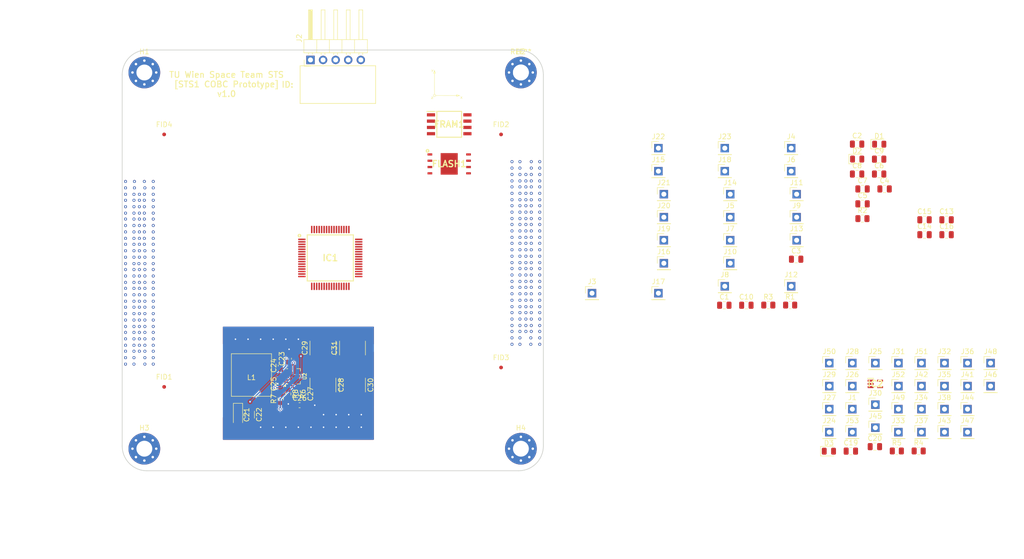
<source format=kicad_pcb>
(kicad_pcb (version 20171130) (host pcbnew "(5.1.10)-1")
  (layers (0 F.Cu signal) (1 In1.Cu power hide) (2 In2.Cu mixed hide) (31 B.Cu signal hide) (34 B.Paste user hide) (35 F.Paste user) (36 B.SilkS user hide) (37 F.SilkS user hide) (38 B.Mask user hide) (39 F.Mask user hide) (44 Edge.Cuts user))
  (net 0 "")
  (net 1 GND)
  (net 2 "Net-(CON1-Pad24)")
  (net 3 "Net-(CON1-Pad5)")
  (net 4 +3V3)
  (net 5 "Net-(CON1-Pad14)")
  (net 6 "Net-(CON1-Pad13)")
  (net 7 "Net-(CON1-Pad11)")
  (net 8 "Net-(CON1-Pad12)")
  (net 9 +12V)
  (net 10 "Net-(CON1-Pad10)")
  (net 11 "Net-(CON1-Pad3)")
  (net 12 "Net-(CON1-Pad4)")
  (net 13 "Net-(CON1-Pad2)")
  (net 14 "Net-(CON1-Pad20)")
  (net 15 "Net-(CON1-Pad19)")
  (net 16 "Net-(CON1-Pad21)")
  (net 17 "Net-(CON1-Pad22)")
  (net 18 "Net-(CON1-Pad17)")
  (net 19 "Net-(CON1-Pad18)")
  (net 20 "Net-(CON1-Pad16)")
  (net 21 "Net-(CON1-Pad15)")
  (net 22 "Net-(CON1-Pad29)")
  (net 23 "Net-(CON1-Pad28)")
  (net 24 "Net-(CON1-Pad27)")
  (net 25 "Net-(CON1-Pad26)")
  (net 26 "Net-(CON1-Pad23)")
  (net 27 "Net-(CON2-Pad24)")
  (net 28 "Net-(CON2-Pad5)")
  (net 29 "Net-(CON2-Pad6)")
  (net 30 "Net-(CON2-Pad7)")
  (net 31 "Net-(CON2-Pad8)")
  (net 32 "Net-(CON2-Pad14)")
  (net 33 "Net-(CON2-Pad13)")
  (net 34 "Net-(CON2-Pad11)")
  (net 35 "Net-(CON2-Pad12)")
  (net 36 "Net-(CON2-Pad9)")
  (net 37 "Net-(CON2-Pad10)")
  (net 38 "Net-(CON2-Pad3)")
  (net 39 "Net-(CON2-Pad4)")
  (net 40 "Net-(CON2-Pad2)")
  (net 41 "Net-(CON2-Pad20)")
  (net 42 "Net-(CON2-Pad19)")
  (net 43 "Net-(CON2-Pad21)")
  (net 44 "Net-(CON2-Pad22)")
  (net 45 "Net-(CON2-Pad17)")
  (net 46 "Net-(CON2-Pad18)")
  (net 47 "Net-(CON2-Pad16)")
  (net 48 "Net-(CON2-Pad15)")
  (net 49 "Net-(CON2-Pad28)")
  (net 50 "Net-(CON2-Pad27)")
  (net 51 "Net-(CON2-Pad26)")
  (net 52 "Net-(CON2-Pad25)")
  (net 53 "Net-(CON2-Pad23)")
  (net 54 "Net-(C1-Pad2)")
  (net 55 "Net-(C2-Pad2)")
  (net 56 "Net-(C3-Pad1)")
  (net 57 "Net-(C8-Pad1)")
  (net 58 "Net-(D1-Pad2)")
  (net 59 "Net-(D2-Pad2)")
  (net 60 "Net-(D3-Pad2)")
  (net 61 /STS1_COBC_Memories/Flash_CS)
  (net 62 /STS1_COBC_Memories/Flash_DataOutput)
  (net 63 /STS1_COBC_Memories/Flash_DataInput)
  (net 64 /STS1_COBC_Memories/Flash_CLK)
  (net 65 "Net-(FLASH1-Pad9)")
  (net 66 /STS1_COBC_Memories/FRAM_DataOutput)
  (net 67 /STS1_COBC_Memories/FRAM_PowerSupply)
  (net 68 /STS1_COBC_Memories/FRAM_DataInput)
  (net 69 /STS1_COBC_Memories/FRAM_CLK)
  (net 70 "Net-(IC1-Pad6)")
  (net 71 /STS1_COBC_uC/STM32_NRST)
  (net 72 "Net-(IC1-Pad14)")
  (net 73 /STS1_RF/RF4463_SDI)
  (net 74 "Net-(IC1-Pad16)")
  (net 75 "Net-(IC1-Pad17)")
  (net 76 /STS1_RF/LoRa_NSS)
  (net 77 "Net-(IC1-Pad25)")
  (net 78 "Net-(IC1-Pad26)")
  (net 79 "Net-(IC1-Pad27)")
  (net 80 "Net-(IC1-Pad28)")
  (net 81 "Net-(IC1-Pad29)")
  (net 82 /STS1_RF/RF4463_nSEL)
  (net 83 /STS1_RF/RF4463_SPI_CLK)
  (net 84 "Net-(IC1-Pad35)")
  (net 85 "Net-(IC1-Pad36)")
  (net 86 "Net-(IC1-Pad37)")
  (net 87 "Net-(IC1-Pad39)")
  (net 88 "Net-(IC1-Pad40)")
  (net 89 "Net-(IC1-Pad41)")
  (net 90 "/STS1_COBC_uC/STM32_PA9(Watchdog_toggle)")
  (net 91 "Net-(IC1-Pad43)")
  (net 92 /STS1_RF/RF4463_SDO)
  (net 93 "Net-(IC1-Pad45)")
  (net 94 "Net-(IC1-Pad46)")
  (net 95 "Net-(IC1-Pad49)")
  (net 96 /STS1_RF/LoRa_SPI_CLK)
  (net 97 /STS1_RF/LoRa_MISO)
  (net 98 /STS1_RF/LoRa_MOSI)
  (net 99 "Net-(IC2-Pad1)")
  (net 100 /STS1_PowerRegulation/VIN)
  (net 101 "Net-(C24-Pad2)")
  (net 102 "Net-(C24-Pad1)")
  (net 103 "Net-(C25-Pad1)")
  (net 104 "Net-(C26-Pad1)")
  (net 105 "Net-(C27-Pad1)")
  (net 106 +5V)
  (net 107 /STS1_COBC_Memories/Flash_WP)
  (net 108 "Net-(FLASH1-Pad7)")
  (net 109 /STS1_COBC_Memories/FRAM_CS)
  (net 110 /STS1_COBC_Memories/FRAM_WP)
  (net 111 /STS1_COBC_uC/PC13)
  (net 112 /STS1_COBC_uC/PC14)
  (net 113 /STS1_COBC_uC/PC15)
  (net 114 /STS1_COBC_uC/PC0)
  (net 115 /STS1_COBC_uC/PC1)
  (net 116 /STS1_COBC_uC/PA15)
  (net 117 /STS1_COBC_uC/PD2)
  (net 118 /STS1_COBC_uC/PB3)
  (net 119 /STS1_COBC_uC/PB4)
  (net 120 /STS1_COBC_uC/PB5)
  (net 121 /STS1_COBC_uC/PB6)
  (net 122 /STS1_COBC_uC/PB7)
  (net 123 /STS1_COBC_uC/PB9)
  (net 124 "Net-(R7-Pad2)")
  (module STS1_DCDC:VQFN-HR (layer F.Cu) (at 149.498 107.713 90)
    (fp_text reference U2 (at 0 2.25 90) (layer F.SilkS) (effects (font (size 0.7 0.7))))
    (fp_text value TPS61288 hide)
    (pad 4 smd rect (at 0 0.25 90) (size 0.4 1) (layers F.Cu F.Paste F.Mask) (net 101 "Net-(C24-Pad2)"))
    (pad 3 smd custom (at -0.65 0.2 90) (size 0.1 0.1) (layers F.Cu F.Mask) (net 1 GND) (options (clearance outline) (anchor rect)) (primitives (gr_poly (pts (xy 0.2 -0.2) (xy -1.05 -0.2) (xy -1.05 0.2) (xy -0.2 0.2) (xy -0.2 1.25) (xy 0.2 1.25)) (width 0))))
    (pad 5 smd custom (at 0.65 0.2 90) (size 0.1 0.1) (layers F.Cu F.Mask) (net 106 +5V) (options (clearance outline) (anchor rect)) (primitives (gr_poly (pts (xy -0.2 -0.2) (xy 1.05 -0.2) (xy 1.05 0.2) (xy 0.2 0.2) (xy 0.2 1.25) (xy -0.2 1.25)) (width 0))))
    (pad 6 smd rect (at 1.425 -0.375 90) (size 0.55 0.25) (layers F.Cu F.Paste F.Mask) (net 103 "Net-(C25-Pad1)"))
    (pad 2 smd rect (at -1.425 -0.375 90) (size 0.55 0.25) (layers F.Cu F.Paste F.Mask) (net 105 "Net-(C27-Pad1)"))
    (pad 1 smd custom (at -1.2375 -0.875 90) (size 0.1 0.1) (layers F.Cu F.Paste F.Mask) (net 124 "Net-(R7-Pad2)") (options (clearance outline) (anchor rect)) (primitives (gr_poly (pts (xy 0.112501 0.125) (xy -0.4625 0.125001) (xy -0.462501 -0.125) (xy -0.112501 -0.125) (xy -0.1125 -0.575) (xy 0.1125 -0.575)) (width 0))))
    (pad 7 smd custom (at 1.2375 -0.875 90) (size 0.1 0.1) (layers F.Cu F.Paste F.Mask) (net 100 /STS1_PowerRegulation/VIN) (options (clearance outline) (anchor rect)) (primitives (gr_poly (pts (xy -0.1125 0.125) (xy 0.4625 0.125) (xy 0.4625 -0.125) (xy 0.1125 -0.125) (xy 0.1125 -0.575) (xy -0.1125 -0.575)) (width 0))))
    (pad 8 smd rect (at 0.75 -1.175 90) (size 0.25 0.55) (layers F.Cu F.Paste F.Mask) (net 102 "Net-(C24-Pad1)"))
    (pad 9 smd rect (at 0.25 -1.175 90) (size 0.25 0.55) (layers F.Cu F.Paste F.Mask) (net 101 "Net-(C24-Pad2)"))
    (pad 10 smd rect (at -0.25 -1.175 90) (size 0.25 0.55) (layers F.Cu F.Paste F.Mask) (net 1 GND))
    (pad 11 smd rect (at -0.75 -1.175 90) (size 0.25 0.55) (layers F.Cu F.Paste F.Mask) (net 103 "Net-(C25-Pad1)"))
  )
  (module Resistor_SMD:R_0603_1608Metric (layer F.Cu) (at 148.428 111.269 270)
    (fp_text reference R8 (at 0 -1.43 90) (layer F.SilkS))
    (fp_text value 48k7)
    (pad 2 smd roundrect (at 0.825 0 270) (size 0.8 0.95) (layers F.Cu F.Paste F.Mask) (net 1 GND))
    (pad 1 smd roundrect (at -0.825 0 270) (size 0.8 0.95) (layers F.Cu F.Paste F.Mask) (net 124 "Net-(R7-Pad2)"))
  )
  (module Resistor_SMD:R_0603_1608Metric (layer F.Cu) (at 146.904 112.285 90)
    (fp_text reference R7 (at 0 -1.43 90) (layer F.SilkS))
    (fp_text value 357k)
    (pad 2 smd roundrect (at 0.825 0 90) (size 0.8 0.95) (layers F.Cu F.Paste F.Mask) (net 124 "Net-(R7-Pad2)"))
    (pad 1 smd roundrect (at -0.825 0 90) (size 0.8 0.95) (layers F.Cu F.Paste F.Mask) (net 106 +5V))
  )
  (module Resistor_SMD:R_0603_1608Metric (layer F.Cu) (at 149.952 111.269 270)
    (fp_text reference R6 (at 0 -1.43 90) (layer F.SilkS))
    (fp_text value 48k7)
    (pad 2 smd roundrect (at 0.825 0 270) (size 0.8 0.95) (layers F.Cu F.Paste F.Mask) (net 104 "Net-(C26-Pad1)"))
    (pad 1 smd roundrect (at -0.825 0 270) (size 0.8 0.95) (layers F.Cu F.Paste F.Mask) (net 105 "Net-(C27-Pad1)"))
  )
  (module Resistor_SMD:R_0805_2012Metric (layer F.Cu) (at 271.246 122.796)
    (fp_text reference R5 (at 0 -1.65) (layer F.SilkS))
    (fp_text value 100)
    (pad 2 smd roundrect (at 0.9125 0) (size 1.025 1.4) (layers F.Cu F.Paste F.Mask) (roundrect_rratio 0.243902) (net 67 /STS1_COBC_Memories/FRAM_PowerSupply))
    (pad 1 smd roundrect (at -0.9125 0) (size 1.025 1.4) (layers F.Cu F.Paste F.Mask) (roundrect_rratio 0.243902) (net 60 "Net-(D3-Pad2)"))
  )
  (module Resistor_SMD:R_0805_2012Metric (layer F.Cu) (at 275.656 122.796)
    (fp_text reference R4 (at 0 -1.65) (layer F.SilkS))
    (fp_text value 4k7)
    (pad 2 smd roundrect (at 0.9125 0) (size 1.025 1.4) (layers F.Cu F.Paste F.Mask) (roundrect_rratio 0.243902) (net 71 /STS1_COBC_uC/STM32_NRST))
    (pad 1 smd roundrect (at -0.9125 0) (size 1.025 1.4) (layers F.Cu F.Paste F.Mask) (roundrect_rratio 0.243902) (net 99 "Net-(IC2-Pad1)"))
  )
  (module STS1_DCDC:XAL8080 (layer F.Cu) (at 140.9858 107.459)
    (fp_text reference L1 (at 0 0.5) (layer F.SilkS))
    (fp_text value 1uH)
    (pad 2 smd rect (at 2.58 0) (size 1.78 7) (layers F.Cu F.Paste F.Mask) (net 101 "Net-(C24-Pad2)"))
    (pad 1 smd rect (at -2.58 0) (size 1.78 7) (layers F.Cu F.Paste F.Mask) (net 100 /STS1_PowerRegulation/VIN))
  )
  (module Connector_PinHeader_2.54mm:PinHeader_1x01_P2.54mm_Vertical (layer F.Cu) (at 262.266 118.996)
    (fp_text reference J53 (at 0 -2.33) (layer F.SilkS))
    (fp_text value Conn_01x01_Male)
    (pad 1 thru_hole rect (at 0 0) (size 1.7 1.7) (drill 1) (layers *.Cu *.Mask) (net 67 /STS1_COBC_Memories/FRAM_PowerSupply))
  )
  (module Connector_PinHeader_2.54mm:PinHeader_1x01_P2.54mm_Vertical (layer F.Cu) (at 271.566 109.696)
    (fp_text reference J52 (at 0 -2.33) (layer F.SilkS))
    (fp_text value Conn_01x01_Male)
    (pad 1 thru_hole rect (at 0 0) (size 1.7 1.7) (drill 1) (layers *.Cu *.Mask) (net 90 "/STS1_COBC_uC/STM32_PA9(Watchdog_toggle)"))
  )
  (module Connector_PinHeader_2.54mm:PinHeader_1x01_P2.54mm_Vertical (layer F.Cu) (at 276.216 105.046)
    (fp_text reference J51 (at 0 -2.33) (layer F.SilkS))
    (fp_text value Conn_01x01_Male)
    (pad 1 thru_hole rect (at 0 0) (size 1.7 1.7) (drill 1) (layers *.Cu *.Mask) (net 115 /STS1_COBC_uC/PC1))
  )
  (module Connector_PinHeader_2.54mm:PinHeader_1x01_P2.54mm_Vertical (layer F.Cu) (at 257.616 105.046)
    (fp_text reference J50 (at 0 -2.33) (layer F.SilkS))
    (fp_text value Conn_01x01_Male)
    (pad 1 thru_hole rect (at 0 0) (size 1.7 1.7) (drill 1) (layers *.Cu *.Mask) (net 114 /STS1_COBC_uC/PC0))
  )
  (module Connector_PinHeader_2.54mm:PinHeader_1x01_P2.54mm_Vertical (layer F.Cu) (at 271.566 114.346)
    (fp_text reference J49 (at 0 -2.33) (layer F.SilkS))
    (fp_text value Conn_01x01_Male)
    (pad 1 thru_hole rect (at 0 0) (size 1.7 1.7) (drill 1) (layers *.Cu *.Mask) (net 113 /STS1_COBC_uC/PC15))
  )
  (module Connector_PinHeader_2.54mm:PinHeader_1x01_P2.54mm_Vertical (layer F.Cu) (at 290.166 105.046)
    (fp_text reference J48 (at 0 -2.33) (layer F.SilkS))
    (fp_text value Conn_01x01_Male)
    (pad 1 thru_hole rect (at 0 0) (size 1.7 1.7) (drill 1) (layers *.Cu *.Mask) (net 112 /STS1_COBC_uC/PC14))
  )
  (module Connector_PinHeader_2.54mm:PinHeader_1x01_P2.54mm_Vertical (layer F.Cu) (at 285.516 118.996)
    (fp_text reference J47 (at 0 -2.33) (layer F.SilkS))
    (fp_text value Conn_01x01_Male)
    (pad 1 thru_hole rect (at 0 0) (size 1.7 1.7) (drill 1) (layers *.Cu *.Mask) (net 111 /STS1_COBC_uC/PC13))
  )
  (module Connector_PinHeader_2.54mm:PinHeader_1x01_P2.54mm_Vertical (layer F.Cu) (at 290.166 109.696)
    (fp_text reference J46 (at 0 -2.33) (layer F.SilkS))
    (fp_text value Conn_01x01_Male)
    (pad 1 thru_hole rect (at 0 0) (size 1.7 1.7) (drill 1) (layers *.Cu *.Mask) (net 123 /STS1_COBC_uC/PB9))
  )
  (module Connector_PinHeader_2.54mm:PinHeader_1x01_P2.54mm_Vertical (layer F.Cu) (at 266.916 118.096)
    (fp_text reference J45 (at 0 -2.33) (layer F.SilkS))
    (fp_text value Conn_01x01_Male)
    (pad 1 thru_hole rect (at 0 0) (size 1.7 1.7) (drill 1) (layers *.Cu *.Mask) (net 122 /STS1_COBC_uC/PB7))
  )
  (module Connector_PinHeader_2.54mm:PinHeader_1x01_P2.54mm_Vertical (layer F.Cu) (at 285.516 114.346)
    (fp_text reference J44 (at 0 -2.33) (layer F.SilkS))
    (fp_text value Conn_01x01_Male)
    (pad 1 thru_hole rect (at 0 0) (size 1.7 1.7) (drill 1) (layers *.Cu *.Mask) (net 121 /STS1_COBC_uC/PB6))
  )
  (module Connector_PinHeader_2.54mm:PinHeader_1x01_P2.54mm_Vertical (layer F.Cu) (at 280.866 118.996)
    (fp_text reference J43 (at 0 -2.33) (layer F.SilkS))
    (fp_text value Conn_01x01_Male)
    (pad 1 thru_hole rect (at 0 0) (size 1.7 1.7) (drill 1) (layers *.Cu *.Mask) (net 120 /STS1_COBC_uC/PB5))
  )
  (module Connector_PinHeader_2.54mm:PinHeader_1x01_P2.54mm_Vertical (layer F.Cu) (at 276.216 109.696)
    (fp_text reference J42 (at 0 -2.33) (layer F.SilkS))
    (fp_text value Conn_01x01_Male)
    (pad 1 thru_hole rect (at 0 0) (size 1.7 1.7) (drill 1) (layers *.Cu *.Mask) (net 119 /STS1_COBC_uC/PB4))
  )
  (module Connector_PinHeader_2.54mm:PinHeader_1x01_P2.54mm_Vertical (layer F.Cu) (at 285.516 109.696)
    (fp_text reference J41 (at 0 -2.33) (layer F.SilkS))
    (fp_text value Conn_01x01_Male)
    (pad 1 thru_hole rect (at 0 0) (size 1.7 1.7) (drill 1) (layers *.Cu *.Mask) (net 118 /STS1_COBC_uC/PB3))
  )
  (module Connector_PinHeader_2.54mm:PinHeader_1x01_P2.54mm_Vertical (layer F.Cu) (at 280.866 114.346)
    (fp_text reference J38 (at 0 -2.33) (layer F.SilkS))
    (fp_text value Conn_01x01_Male)
    (pad 1 thru_hole rect (at 0 0) (size 1.7 1.7) (drill 1) (layers *.Cu *.Mask) (net 84 "Net-(IC1-Pad35)"))
  )
  (module Connector_PinHeader_2.54mm:PinHeader_1x01_P2.54mm_Vertical (layer F.Cu) (at 276.216 118.996)
    (fp_text reference J37 (at 0 -2.33) (layer F.SilkS))
    (fp_text value Conn_01x01_Male)
    (pad 1 thru_hole rect (at 0 0) (size 1.7 1.7) (drill 1) (layers *.Cu *.Mask) (net 85 "Net-(IC1-Pad36)"))
  )
  (module Connector_PinHeader_2.54mm:PinHeader_1x01_P2.54mm_Vertical (layer F.Cu) (at 285.516 105.046)
    (fp_text reference J36 (at 0 -2.33) (layer F.SilkS))
    (fp_text value Conn_01x01_Male)
    (pad 1 thru_hole rect (at 0 0) (size 1.7 1.7) (drill 1) (layers *.Cu *.Mask) (net 86 "Net-(IC1-Pad37)"))
  )
  (module Connector_PinHeader_2.54mm:PinHeader_1x01_P2.54mm_Vertical (layer F.Cu) (at 280.866 109.696)
    (fp_text reference J35 (at 0 -2.33) (layer F.SilkS))
    (fp_text value Conn_01x01_Male)
    (pad 1 thru_hole rect (at 0 0) (size 1.7 1.7) (drill 1) (layers *.Cu *.Mask) (net 87 "Net-(IC1-Pad39)"))
  )
  (module Connector_PinHeader_2.54mm:PinHeader_1x01_P2.54mm_Vertical (layer F.Cu) (at 276.216 114.346)
    (fp_text reference J34 (at 0 -2.33) (layer F.SilkS))
    (fp_text value Conn_01x01_Male)
    (pad 1 thru_hole rect (at 0 0) (size 1.7 1.7) (drill 1) (layers *.Cu *.Mask) (net 88 "Net-(IC1-Pad40)"))
  )
  (module Connector_PinHeader_2.54mm:PinHeader_1x01_P2.54mm_Vertical (layer F.Cu) (at 271.566 118.996)
    (fp_text reference J33 (at 0 -2.33) (layer F.SilkS))
    (fp_text value Conn_01x01_Male)
    (pad 1 thru_hole rect (at 0 0) (size 1.7 1.7) (drill 1) (layers *.Cu *.Mask) (net 89 "Net-(IC1-Pad41)"))
  )
  (module Connector_PinHeader_2.54mm:PinHeader_1x01_P2.54mm_Vertical (layer F.Cu) (at 280.866 105.046)
    (fp_text reference J32 (at 0 -2.33) (layer F.SilkS))
    (fp_text value Conn_01x01_Male)
    (pad 1 thru_hole rect (at 0 0) (size 1.7 1.7) (drill 1) (layers *.Cu *.Mask) (net 91 "Net-(IC1-Pad43)"))
  )
  (module Connector_PinHeader_2.54mm:PinHeader_1x01_P2.54mm_Vertical (layer F.Cu) (at 271.566 105.046)
    (fp_text reference J31 (at 0 -2.33) (layer F.SilkS))
    (fp_text value Conn_01x01_Male)
    (pad 1 thru_hole rect (at 0 0) (size 1.7 1.7) (drill 1) (layers *.Cu *.Mask) (net 93 "Net-(IC1-Pad45)"))
  )
  (module Connector_PinHeader_2.54mm:PinHeader_1x01_P2.54mm_Vertical (layer F.Cu) (at 266.916 113.446)
    (fp_text reference J30 (at 0 -2.33) (layer F.SilkS))
    (fp_text value Conn_01x01_Male)
    (pad 1 thru_hole rect (at 0 0) (size 1.7 1.7) (drill 1) (layers *.Cu *.Mask) (net 81 "Net-(IC1-Pad29)"))
  )
  (module Connector_PinHeader_2.54mm:PinHeader_1x01_P2.54mm_Vertical (layer F.Cu) (at 257.616 109.696)
    (fp_text reference J29 (at 0 -2.33) (layer F.SilkS))
    (fp_text value Conn_01x01_Male)
    (pad 1 thru_hole rect (at 0 0) (size 1.7 1.7) (drill 1) (layers *.Cu *.Mask) (net 79 "Net-(IC1-Pad27)"))
  )
  (module Connector_PinHeader_2.54mm:PinHeader_1x01_P2.54mm_Vertical (layer F.Cu) (at 262.266 105.046)
    (fp_text reference J28 (at 0 -2.33) (layer F.SilkS))
    (fp_text value Conn_01x01_Male)
    (pad 1 thru_hole rect (at 0 0) (size 1.7 1.7) (drill 1) (layers *.Cu *.Mask) (net 78 "Net-(IC1-Pad26)"))
  )
  (module Connector_PinHeader_2.54mm:PinHeader_1x01_P2.54mm_Vertical (layer F.Cu) (at 257.616 114.346)
    (fp_text reference J27 (at 0 -2.33) (layer F.SilkS))
    (fp_text value Conn_01x01_Male)
    (pad 1 thru_hole rect (at 0 0) (size 1.7 1.7) (drill 1) (layers *.Cu *.Mask) (net 77 "Net-(IC1-Pad25)"))
  )
  (module Connector_PinHeader_2.54mm:PinHeader_1x01_P2.54mm_Vertical (layer F.Cu) (at 262.266 109.696)
    (fp_text reference J26 (at 0 -2.33) (layer F.SilkS))
    (fp_text value Conn_01x01_Male)
    (pad 1 thru_hole rect (at 0 0) (size 1.7 1.7) (drill 1) (layers *.Cu *.Mask) (net 75 "Net-(IC1-Pad17)"))
  )
  (module Connector_PinHeader_2.54mm:PinHeader_1x01_P2.54mm_Vertical (layer F.Cu) (at 266.916 105.046)
    (fp_text reference J25 (at 0 -2.33) (layer F.SilkS))
    (fp_text value Conn_01x01_Male)
    (pad 1 thru_hole rect (at 0 0) (size 1.7 1.7) (drill 1) (layers *.Cu *.Mask) (net 117 /STS1_COBC_uC/PD2))
  )
  (module Connector_PinHeader_2.54mm:PinHeader_1x01_P2.54mm_Vertical (layer F.Cu) (at 257.616 118.996)
    (fp_text reference J24 (at 0 -2.33) (layer F.SilkS))
    (fp_text value Conn_01x01_Male)
    (pad 1 thru_hole rect (at 0 0) (size 1.7 1.7) (drill 1) (layers *.Cu *.Mask) (net 116 /STS1_COBC_uC/PA15))
  )
  (module Connector_PinHeader_2.54mm:PinHeader_1x01_P2.54mm_Vertical (layer F.Cu) (at 262.266 114.346)
    (fp_text reference J1 (at 0 -2.33) (layer F.SilkS))
    (fp_text value Conn_01x01_Male)
    (pad 1 thru_hole rect (at 0 0) (size 1.7 1.7) (drill 1) (layers *.Cu *.Mask) (net 74 "Net-(IC1-Pad16)"))
  )
  (module SamacSys_Parts:SOT65P210X110-5N (layer F.Cu) (at 266.916 109.246)
    (fp_text reference IC2 (at 0 0) (layer F.SilkS) (effects (font (size 1.27 1.27) (thickness 0.254))))
    (fp_text value STWD100PYW83F hide)
    (pad 5 smd rect (at 0.95 -0.65 90) (size 0.4 1.2) (layers F.Cu F.Paste F.Mask) (net 67 /STS1_COBC_Memories/FRAM_PowerSupply))
    (pad 4 smd rect (at 0.95 0.65 90) (size 0.4 1.2) (layers F.Cu F.Paste F.Mask) (net 90 "/STS1_COBC_uC/STM32_PA9(Watchdog_toggle)"))
    (pad 3 smd rect (at -0.95 0.65 90) (size 0.4 1.2) (layers F.Cu F.Paste F.Mask) (net 1 GND))
    (pad 2 smd rect (at -0.95 0 90) (size 0.4 1.2) (layers F.Cu F.Paste F.Mask) (net 1 GND))
    (pad 1 smd rect (at -0.95 -0.65 90) (size 0.4 1.2) (layers F.Cu F.Paste F.Mask) (net 99 "Net-(IC2-Pad1)"))
  )
  (module LED_SMD:LED_0805_2012Metric (layer F.Cu) (at 257.536 122.841)
    (fp_text reference D3 (at 0 -1.65) (layer F.SilkS))
    (fp_text value LED)
    (pad 2 smd roundrect (at 0.9375 0) (size 0.975 1.4) (layers F.Cu F.Paste F.Mask) (net 60 "Net-(D3-Pad2)"))
    (pad 1 smd roundrect (at -0.9375 0) (size 0.975 1.4) (layers F.Cu F.Paste F.Mask) (net 1 GND))
  )
  (module Capacitor_SMD:C_2220_5650Metric (layer F.Cu) (at 161.382 102.008 90)
    (fp_text reference C31 (at 0 -3.65 90) (layer F.SilkS))
    (fp_text value 68uF)
    (pad 2 smd roundrect (at 2.55 0 90) (size 1.8 5.4) (layers F.Cu F.Paste F.Mask) (roundrect_rratio 0.138889) (net 1 GND))
    (pad 1 smd roundrect (at -2.55 0 90) (size 1.8 5.4) (layers F.Cu F.Paste F.Mask) (roundrect_rratio 0.138889) (net 106 +5V))
  )
  (module Capacitor_SMD:C_2220_5650Metric (layer F.Cu) (at 161.382 109.481 270)
    (fp_text reference C30 (at 0 -3.65 90) (layer F.SilkS))
    (fp_text value 68uF)
    (pad 2 smd roundrect (at 2.55 0 270) (size 1.8 5.4) (layers F.Cu F.Paste F.Mask) (roundrect_rratio 0.138889) (net 1 GND))
    (pad 1 smd roundrect (at -2.55 0 270) (size 1.8 5.4) (layers F.Cu F.Paste F.Mask) (roundrect_rratio 0.138889) (net 106 +5V))
  )
  (module Capacitor_SMD:C_2220_5650Metric (layer F.Cu) (at 155.413 101.998 90)
    (fp_text reference C29 (at 0 -3.65 90) (layer F.SilkS))
    (fp_text value 68uF)
    (pad 2 smd roundrect (at 2.55 0 90) (size 1.8 5.4) (layers F.Cu F.Paste F.Mask) (roundrect_rratio 0.138889) (net 1 GND))
    (pad 1 smd roundrect (at -2.55 0 90) (size 1.8 5.4) (layers F.Cu F.Paste F.Mask) (roundrect_rratio 0.138889) (net 106 +5V))
  )
  (module Capacitor_SMD:C_2220_5650Metric (layer F.Cu) (at 155.413 109.481 270)
    (fp_text reference C28 (at 0 -3.65 90) (layer F.SilkS))
    (fp_text value 68uF)
    (pad 2 smd roundrect (at 2.55 0 270) (size 1.8 5.4) (layers F.Cu F.Paste F.Mask) (roundrect_rratio 0.138889) (net 1 GND))
    (pad 1 smd roundrect (at -2.55 0 270) (size 1.8 5.4) (layers F.Cu F.Paste F.Mask) (roundrect_rratio 0.138889) (net 106 +5V))
  )
  (module Capacitor_SMD:C_0603_1608Metric (layer F.Cu) (at 151.476 111.269 270)
    (fp_text reference C27 (at 0 -1.43 90) (layer F.SilkS))
    (fp_text value 82pF)
    (pad 2 smd roundrect (at 0.775 0 270) (size 0.9 0.95) (layers F.Cu F.Paste F.Mask) (net 1 GND))
    (pad 1 smd roundrect (at -0.775 0 270) (size 0.9 0.95) (layers F.Cu F.Paste F.Mask) (net 105 "Net-(C27-Pad1)"))
  )
  (module Capacitor_SMD:C_0603_1608Metric (layer F.Cu) (at 150.701 113.555)
    (fp_text reference C26 (at 0 -1.43) (layer F.SilkS))
    (fp_text value 39nF)
    (pad 2 smd roundrect (at 0.775 0) (size 0.9 0.95) (layers F.Cu F.Paste F.Mask) (net 1 GND))
    (pad 1 smd roundrect (at -0.775 0) (size 0.9 0.95) (layers F.Cu F.Paste F.Mask) (net 104 "Net-(C26-Pad1)"))
  )
  (module Capacitor_SMD:C_0603_1608Metric (layer F.Cu) (at 146.904 109.25 90)
    (fp_text reference C25 (at 0 -1.43 90) (layer F.SilkS))
    (fp_text value 2.2uF)
    (pad 2 smd roundrect (at 0.775 0 90) (size 0.9 0.95) (layers F.Cu F.Paste F.Mask) (net 1 GND))
    (pad 1 smd roundrect (at -0.775 0 90) (size 0.9 0.95) (layers F.Cu F.Paste F.Mask) (net 103 "Net-(C25-Pad1)"))
  )
  (module Capacitor_SMD:C_0603_1608Metric (layer F.Cu) (at 146.904 105.541 90)
    (fp_text reference C24 (at 0 -1.43 90) (layer F.SilkS))
    (fp_text value 150nF)
    (pad 2 smd roundrect (at 0.775 0 90) (size 0.9 0.95) (layers F.Cu F.Paste F.Mask) (net 101 "Net-(C24-Pad2)"))
    (pad 1 smd roundrect (at -0.775 0 90) (size 0.9 0.95) (layers F.Cu F.Paste F.Mask) (net 102 "Net-(C24-Pad1)"))
  )
  (module Capacitor_SMD:C_0603_1608Metric (layer F.Cu) (at 148.555 104.157 90)
    (fp_text reference C23 (at 0 -1.43 90) (layer F.SilkS))
    (fp_text value 100nF)
    (pad 2 smd roundrect (at 0.775 0 90) (size 0.9 0.95) (layers F.Cu F.Paste F.Mask) (net 1 GND))
    (pad 1 smd roundrect (at -0.775 0 90) (size 0.9 0.95) (layers F.Cu F.Paste F.Mask) (net 100 /STS1_PowerRegulation/VIN))
  )
  (module Capacitor_SMD:C_1206_3216Metric (layer F.Cu) (at 140.681 115.46 270)
    (fp_text reference C22 (at 0 -1.85 90) (layer F.SilkS))
    (fp_text value 10uF)
    (pad 2 smd roundrect (at 1.475 0 270) (size 1.15 1.8) (layers F.Cu F.Paste F.Mask) (roundrect_rratio 0.217391) (net 1 GND))
    (pad 1 smd roundrect (at -1.475 0 270) (size 1.15 1.8) (layers F.Cu F.Paste F.Mask) (roundrect_rratio 0.217391) (net 100 /STS1_PowerRegulation/VIN))
  )
  (module Capacitor_Tantalum_SMD:CP_EIA-3216-18_Kemet-A (layer F.Cu) (at 138.268 115.4825 270)
    (fp_text reference C21 (at 0 -1.75 90) (layer F.SilkS))
    (fp_text value 47uF)
    (pad 2 smd roundrect (at 1.35 0 270) (size 1.4 1.35) (layers F.Cu F.Paste F.Mask) (roundrect_rratio 0.185185) (net 1 GND))
    (pad 1 smd roundrect (at -1.35 0 270) (size 1.4 1.35) (layers F.Cu F.Paste F.Mask) (roundrect_rratio 0.185185) (net 100 /STS1_PowerRegulation/VIN))
  )
  (module Capacitor_SMD:C_0805_2012Metric (layer F.Cu) (at 266.816 121.926)
    (fp_text reference C20 (at 0 -1.68) (layer F.SilkS))
    (fp_text value 47u)
    (pad 2 smd roundrect (at 0.95 0) (size 1 1.45) (layers F.Cu F.Paste F.Mask) (net 1 GND))
    (pad 1 smd roundrect (at -0.95 0) (size 1 1.45) (layers F.Cu F.Paste F.Mask) (net 67 /STS1_COBC_Memories/FRAM_PowerSupply))
  )
  (module Capacitor_SMD:C_0805_2012Metric (layer F.Cu) (at 261.966 122.826)
    (fp_text reference C19 (at 0 -1.68) (layer F.SilkS))
    (fp_text value 100n)
    (pad 2 smd roundrect (at 0.95 0) (size 1 1.45) (layers F.Cu F.Paste F.Mask) (net 1 GND))
    (pad 1 smd roundrect (at -0.95 0) (size 1 1.45) (layers F.Cu F.Paste F.Mask) (net 67 /STS1_COBC_Memories/FRAM_PowerSupply))
  )
  (module Fiducial:Fiducial_0.75mm_Mask1.5mm (layer F.Cu) (at 123.37 58.85)
    (fp_text reference FID4 (at 0 -2) (layer F.SilkS))
    (fp_text value Fiducial)
    (pad "" smd circle (at 0 0) (size 0.75 0.75) (layers F.Cu F.Mask) (clearance 0.375))
  )
  (module Fiducial:Fiducial_0.75mm_Mask1.5mm (layer F.Cu) (at 191.37 105.9365)
    (fp_text reference FID3 (at 0 -2) (layer F.SilkS))
    (fp_text value Fiducial)
    (pad "" smd circle (at 0 0) (size 0.75 0.75) (layers F.Cu F.Mask) (clearance 0.375))
  )
  (module Fiducial:Fiducial_0.75mm_Mask1.5mm (layer F.Cu) (at 191.37 58.85)
    (fp_text reference FID2 (at 0 -2) (layer F.SilkS))
    (fp_text value Fiducial)
    (pad "" smd circle (at 0 0) (size 0.75 0.75) (layers F.Cu F.Mask) (clearance 0.375))
  )
  (module Fiducial:Fiducial_0.75mm_Mask1.5mm (layer F.Cu) (at 123.37 109.85)
    (fp_text reference FID1 (at 0 -2) (layer F.SilkS))
    (fp_text value Fiducial)
    (pad "" smd circle (at 0 0) (size 0.75 0.75) (layers F.Cu F.Mask) (clearance 0.375))
  )
  (module Mounting_Holes:MountingHole_3.2mm_M3 (layer F.Cu) (at 195.37 46.34)
    (fp_text reference REF** (at 0 -4.2) (layer F.SilkS))
    (fp_text value MountingHole_3.2mm_M3 hide)
    (pad 1 np_thru_hole circle (at 0 0) (size 3.2 3.2) (drill 3.2) (layers *.Cu *.Mask))
  )
  (module Capacitor_SMD:C_0805_2012Metric (layer F.Cu) (at 236.425001 93.355001)
    (fp_text reference C1 (at 0 -1.68) (layer F.SilkS))
    (fp_text value 20p)
    (pad 2 smd roundrect (at 0.95 0) (size 1 1.45) (layers F.Cu F.Paste F.Mask) (net 54 "Net-(C1-Pad2)"))
    (pad 1 smd roundrect (at -0.95 0) (size 1 1.45) (layers F.Cu F.Paste F.Mask) (net 1 GND))
  )
  (module Capacitor_SMD:C_0805_2012Metric (layer F.Cu) (at 263.225001 60.805001)
    (fp_text reference C2 (at 0 -1.68) (layer F.SilkS))
    (fp_text value 20p)
    (pad 1 smd roundrect (at -0.95 0) (size 1 1.45) (layers F.Cu F.Paste F.Mask) (net 1 GND))
    (pad 2 smd roundrect (at 0.95 0) (size 1 1.45) (layers F.Cu F.Paste F.Mask) (net 55 "Net-(C2-Pad2)"))
  )
  (module Capacitor_SMD:C_0805_2012Metric (layer F.Cu) (at 250.925001 84.055001)
    (fp_text reference C3 (at 0 -1.68) (layer F.SilkS))
    (fp_text value 1u)
    (pad 1 smd roundrect (at -0.95 0) (size 1 1.45) (layers F.Cu F.Paste F.Mask) (net 56 "Net-(C3-Pad1)"))
    (pad 2 smd roundrect (at 0.95 0) (size 1 1.45) (layers F.Cu F.Paste F.Mask) (net 1 GND))
  )
  (module Capacitor_SMD:C_0805_2012Metric (layer F.Cu) (at 268.775001 69.865001)
    (fp_text reference C4 (at 0 -1.68) (layer F.SilkS))
    (fp_text value 100n)
    (pad 1 smd roundrect (at -0.95 0) (size 1 1.45) (layers F.Cu F.Paste F.Mask) (net 1 GND))
    (pad 2 smd roundrect (at 0.95 0) (size 1 1.45) (layers F.Cu F.Paste F.Mask) (net 56 "Net-(C3-Pad1)"))
  )
  (module Capacitor_SMD:C_0805_2012Metric (layer F.Cu) (at 264.325001 72.875001)
    (fp_text reference C5 (at 0 -1.68) (layer F.SilkS))
    (fp_text value 100n)
    (pad 2 smd roundrect (at 0.95 0) (size 1 1.45) (layers F.Cu F.Paste F.Mask) (net 67 /STS1_COBC_Memories/FRAM_PowerSupply))
    (pad 1 smd roundrect (at -0.95 0) (size 1 1.45) (layers F.Cu F.Paste F.Mask) (net 1 GND))
  )
  (module Capacitor_SMD:C_0805_2012Metric (layer F.Cu) (at 267.675001 66.855001)
    (fp_text reference C6 (at 0 -1.68) (layer F.SilkS))
    (fp_text value 4.7u)
    (pad 2 smd roundrect (at 0.95 0) (size 1 1.45) (layers F.Cu F.Paste F.Mask) (net 67 /STS1_COBC_Memories/FRAM_PowerSupply))
    (pad 1 smd roundrect (at -0.95 0) (size 1 1.45) (layers F.Cu F.Paste F.Mask) (net 1 GND))
  )
  (module Capacitor_SMD:C_0805_2012Metric (layer F.Cu) (at 264.325001 69.865001)
    (fp_text reference C7 (at 0 -1.68) (layer F.SilkS))
    (fp_text value 100n)
    (pad 1 smd roundrect (at -0.95 0) (size 1 1.45) (layers F.Cu F.Paste F.Mask) (net 1 GND))
    (pad 2 smd roundrect (at 0.95 0) (size 1 1.45) (layers F.Cu F.Paste F.Mask) (net 67 /STS1_COBC_Memories/FRAM_PowerSupply))
  )
  (module Capacitor_SMD:C_0805_2012Metric (layer F.Cu) (at 263.225001 66.855001)
    (fp_text reference C8 (at 0 -1.68) (layer F.SilkS))
    (fp_text value 4.7u)
    (pad 2 smd roundrect (at 0.95 0) (size 1 1.45) (layers F.Cu F.Paste F.Mask) (net 1 GND))
    (pad 1 smd roundrect (at -0.95 0) (size 1 1.45) (layers F.Cu F.Paste F.Mask) (net 57 "Net-(C8-Pad1)"))
  )
  (module Capacitor_SMD:C_0805_2012Metric (layer F.Cu) (at 267.675001 63.845001)
    (fp_text reference C9 (at 0 -1.68) (layer F.SilkS))
    (fp_text value 100n)
    (pad 1 smd roundrect (at -0.95 0) (size 1 1.45) (layers F.Cu F.Paste F.Mask) (net 67 /STS1_COBC_Memories/FRAM_PowerSupply))
    (pad 2 smd roundrect (at 0.95 0) (size 1 1.45) (layers F.Cu F.Paste F.Mask) (net 1 GND))
  )
  (module Capacitor_SMD:C_0805_2012Metric (layer F.Cu) (at 240.875001 93.355001)
    (fp_text reference C10 (at 0 -1.68) (layer F.SilkS))
    (fp_text value 100n)
    (pad 2 smd roundrect (at 0.95 0) (size 1 1.45) (layers F.Cu F.Paste F.Mask) (net 1 GND))
    (pad 1 smd roundrect (at -0.95 0) (size 1 1.45) (layers F.Cu F.Paste F.Mask) (net 67 /STS1_COBC_Memories/FRAM_PowerSupply))
  )
  (module Capacitor_SMD:C_0805_2012Metric (layer F.Cu) (at 281.285001 76.095001)
    (fp_text reference C13 (at 0 -1.68) (layer F.SilkS))
    (fp_text value 100n)
    (pad 2 smd roundrect (at 0.95 0) (size 1 1.45) (layers F.Cu F.Paste F.Mask) (net 1 GND))
    (pad 1 smd roundrect (at -0.95 0) (size 1 1.45) (layers F.Cu F.Paste F.Mask) (net 67 /STS1_COBC_Memories/FRAM_PowerSupply))
  )
  (module Capacitor_SMD:C_0805_2012Metric (layer F.Cu) (at 276.835001 79.105001)
    (fp_text reference C14 (at 0 -1.68) (layer F.SilkS))
    (fp_text value 47u)
    (pad 1 smd roundrect (at -0.95 0) (size 1 1.45) (layers F.Cu F.Paste F.Mask) (net 67 /STS1_COBC_Memories/FRAM_PowerSupply))
    (pad 2 smd roundrect (at 0.95 0) (size 1 1.45) (layers F.Cu F.Paste F.Mask) (net 1 GND))
  )
  (module Capacitor_SMD:C_0805_2012Metric (layer F.Cu) (at 276.835001 76.095001)
    (fp_text reference C15 (at 0 -1.68) (layer F.SilkS))
    (fp_text value 100n)
    (pad 2 smd roundrect (at 0.95 0) (size 1 1.45) (layers F.Cu F.Paste F.Mask) (net 1 GND))
    (pad 1 smd roundrect (at -0.95 0) (size 1 1.45) (layers F.Cu F.Paste F.Mask) (net 67 /STS1_COBC_Memories/FRAM_PowerSupply))
  )
  (module Capacitor_SMD:C_0805_2012Metric (layer F.Cu) (at 281.285001 79.105001)
    (fp_text reference C16 (at 0 -1.68) (layer F.SilkS))
    (fp_text value 47u)
    (pad 1 smd roundrect (at -0.95 0) (size 1 1.45) (layers F.Cu F.Paste F.Mask) (net 67 /STS1_COBC_Memories/FRAM_PowerSupply))
    (pad 2 smd roundrect (at 0.95 0) (size 1 1.45) (layers F.Cu F.Paste F.Mask) (net 1 GND))
  )
  (module LED_SMD:LED_0805_2012Metric (layer F.Cu) (at 267.695001 60.820001)
    (fp_text reference D1 (at 0 -1.65) (layer F.SilkS))
    (fp_text value LED)
    (pad 1 smd roundrect (at -0.9375 0) (size 0.975 1.4) (layers F.Cu F.Paste F.Mask) (net 1 GND))
    (pad 2 smd roundrect (at 0.9375 0) (size 0.975 1.4) (layers F.Cu F.Paste F.Mask) (net 58 "Net-(D1-Pad2)"))
  )
  (module LED_SMD:LED_0805_2012Metric (layer F.Cu) (at 263.245001 63.830001)
    (fp_text reference D2 (at 0 -1.65) (layer F.SilkS))
    (fp_text value LED)
    (pad 2 smd roundrect (at 0.9375 0) (size 0.975 1.4) (layers F.Cu F.Paste F.Mask) (net 59 "Net-(D2-Pad2)"))
    (pad 1 smd roundrect (at -0.9375 0) (size 0.975 1.4) (layers F.Cu F.Paste F.Mask) (net 1 GND))
  )
  (module W25Q01JVZEIQ:SON127P800X600X80-9N-D (layer F.Cu) (at 180.9 64.8)
    (fp_text reference FLASH1 (at 0 0) (layer F.SilkS) (effects (font (size 1.27 1.27) (thickness 0.254))))
    (fp_text value W25Q01JVZEIQ hide)
    (pad 1 smd rect (at -3.9 -1.905 90) (size 0.45 0.95) (layers F.Cu F.Paste F.Mask) (net 61 /STS1_COBC_Memories/Flash_CS))
    (pad 2 smd rect (at -3.9 -0.635 90) (size 0.45 0.95) (layers F.Cu F.Paste F.Mask) (net 62 /STS1_COBC_Memories/Flash_DataOutput))
    (pad 3 smd rect (at -3.9 0.635 90) (size 0.45 0.95) (layers F.Cu F.Paste F.Mask) (net 107 /STS1_COBC_Memories/Flash_WP))
    (pad 4 smd rect (at -3.9 1.905 90) (size 0.45 0.95) (layers F.Cu F.Paste F.Mask) (net 1 GND))
    (pad 5 smd rect (at 3.9 1.905 90) (size 0.45 0.95) (layers F.Cu F.Paste F.Mask) (net 63 /STS1_COBC_Memories/Flash_DataInput))
    (pad 6 smd rect (at 3.9 0.635 90) (size 0.45 0.95) (layers F.Cu F.Paste F.Mask) (net 64 /STS1_COBC_Memories/Flash_CLK))
    (pad 7 smd rect (at 3.9 -0.635 90) (size 0.45 0.95) (layers F.Cu F.Paste F.Mask) (net 108 "Net-(FLASH1-Pad7)"))
    (pad 8 smd rect (at 3.9 -1.905 90) (size 0.45 0.95) (layers F.Cu F.Paste F.Mask) (net 67 /STS1_COBC_Memories/FRAM_PowerSupply))
    (pad 9 smd rect (at 0 0) (size 3.45 4.35) (layers F.Cu F.Paste F.Mask) (net 65 "Net-(FLASH1-Pad9)"))
  )
  (module CY15B108QN-40SXI:SOIC127P800X203-8N (layer F.Cu) (at 180.9 56.8)
    (fp_text reference FRAM1 (at 0 0) (layer F.SilkS) (effects (font (size 1.27 1.27) (thickness 0.254))))
    (fp_text value CY15B108QN-40SXI hide)
    (pad 1 smd rect (at -3.675 -1.905 90) (size 0.65 1.65) (layers F.Cu F.Paste F.Mask) (net 109 /STS1_COBC_Memories/FRAM_CS))
    (pad 2 smd rect (at -3.675 -0.635 90) (size 0.65 1.65) (layers F.Cu F.Paste F.Mask) (net 66 /STS1_COBC_Memories/FRAM_DataOutput))
    (pad 3 smd rect (at -3.675 0.635 90) (size 0.65 1.65) (layers F.Cu F.Paste F.Mask) (net 110 /STS1_COBC_Memories/FRAM_WP))
    (pad 4 smd rect (at -3.675 1.905 90) (size 0.65 1.65) (layers F.Cu F.Paste F.Mask) (net 1 GND))
    (pad 5 smd rect (at 3.675 1.905 90) (size 0.65 1.65) (layers F.Cu F.Paste F.Mask) (net 68 /STS1_COBC_Memories/FRAM_DataInput))
    (pad 6 smd rect (at 3.675 0.635 90) (size 0.65 1.65) (layers F.Cu F.Paste F.Mask) (net 69 /STS1_COBC_Memories/FRAM_CLK))
    (pad 7 smd rect (at 3.675 -0.635 90) (size 0.65 1.65) (layers F.Cu F.Paste F.Mask) (net 1 GND))
    (pad 8 smd rect (at 3.675 -1.905 90) (size 0.65 1.65) (layers F.Cu F.Paste F.Mask) (net 67 /STS1_COBC_Memories/FRAM_PowerSupply))
  )
  (module MountingHole:MountingHole_3.2mm_M3_Pad_Via (layer F.Cu) (at 119.37 46.34)
    (fp_text reference H1 (at 0 -4.2) (layer F.SilkS))
    (fp_text value MountingHole_Pad)
    (pad 1 thru_hole circle (at 1.697056 -1.697056) (size 0.8 0.8) (drill 0.5) (layers *.Cu *.Mask) (net 1 GND))
    (pad 1 thru_hole circle (at 0 -2.4) (size 0.8 0.8) (drill 0.5) (layers *.Cu *.Mask) (net 1 GND))
    (pad 1 thru_hole circle (at -1.697056 -1.697056) (size 0.8 0.8) (drill 0.5) (layers *.Cu *.Mask) (net 1 GND))
    (pad 1 thru_hole circle (at -2.4 0) (size 0.8 0.8) (drill 0.5) (layers *.Cu *.Mask) (net 1 GND))
    (pad 1 thru_hole circle (at -1.697056 1.697056) (size 0.8 0.8) (drill 0.5) (layers *.Cu *.Mask) (net 1 GND))
    (pad 1 thru_hole circle (at 0 2.4) (size 0.8 0.8) (drill 0.5) (layers *.Cu *.Mask) (net 1 GND))
    (pad 1 thru_hole circle (at 1.697056 1.697056) (size 0.8 0.8) (drill 0.5) (layers *.Cu *.Mask) (net 1 GND))
    (pad 1 thru_hole circle (at 2.4 0) (size 0.8 0.8) (drill 0.5) (layers *.Cu *.Mask) (net 1 GND))
    (pad 1 thru_hole circle (at 0 0) (size 6.4 6.4) (drill 3.2) (layers *.Cu *.Mask) (net 1 GND))
  )
  (module MountingHole:MountingHole_3.2mm_M3_Pad_Via (layer F.Cu) (at 195.37 46.34)
    (fp_text reference H2 (at 0 -4.2) (layer F.SilkS))
    (fp_text value MountingHole_Pad)
    (pad 1 thru_hole circle (at 1.697056 -1.697056) (size 0.8 0.8) (drill 0.5) (layers *.Cu *.Mask) (net 1 GND))
    (pad 1 thru_hole circle (at 0 -2.4) (size 0.8 0.8) (drill 0.5) (layers *.Cu *.Mask) (net 1 GND))
    (pad 1 thru_hole circle (at -1.697056 -1.697056) (size 0.8 0.8) (drill 0.5) (layers *.Cu *.Mask) (net 1 GND))
    (pad 1 thru_hole circle (at -2.4 0) (size 0.8 0.8) (drill 0.5) (layers *.Cu *.Mask) (net 1 GND))
    (pad 1 thru_hole circle (at -1.697056 1.697056) (size 0.8 0.8) (drill 0.5) (layers *.Cu *.Mask) (net 1 GND))
    (pad 1 thru_hole circle (at 0 2.4) (size 0.8 0.8) (drill 0.5) (layers *.Cu *.Mask) (net 1 GND))
    (pad 1 thru_hole circle (at 1.697056 1.697056) (size 0.8 0.8) (drill 0.5) (layers *.Cu *.Mask) (net 1 GND))
    (pad 1 thru_hole circle (at 2.4 0) (size 0.8 0.8) (drill 0.5) (layers *.Cu *.Mask) (net 1 GND))
    (pad 1 thru_hole circle (at 0 0) (size 6.4 6.4) (drill 3.2) (layers *.Cu *.Mask) (net 1 GND))
  )
  (module MountingHole:MountingHole_3.2mm_M3_Pad_Via (layer F.Cu) (at 119.37 122.34)
    (fp_text reference H3 (at 0 -4.2) (layer F.SilkS))
    (fp_text value MountingHole_Pad)
    (pad 1 thru_hole circle (at 0 0) (size 6.4 6.4) (drill 3.2) (layers *.Cu *.Mask) (net 1 GND))
    (pad 1 thru_hole circle (at 2.4 0) (size 0.8 0.8) (drill 0.5) (layers *.Cu *.Mask) (net 1 GND))
    (pad 1 thru_hole circle (at 1.697056 1.697056) (size 0.8 0.8) (drill 0.5) (layers *.Cu *.Mask) (net 1 GND))
    (pad 1 thru_hole circle (at 0 2.4) (size 0.8 0.8) (drill 0.5) (layers *.Cu *.Mask) (net 1 GND))
    (pad 1 thru_hole circle (at -1.697056 1.697056) (size 0.8 0.8) (drill 0.5) (layers *.Cu *.Mask) (net 1 GND))
    (pad 1 thru_hole circle (at -2.4 0) (size 0.8 0.8) (drill 0.5) (layers *.Cu *.Mask) (net 1 GND))
    (pad 1 thru_hole circle (at -1.697056 -1.697056) (size 0.8 0.8) (drill 0.5) (layers *.Cu *.Mask) (net 1 GND))
    (pad 1 thru_hole circle (at 0 -2.4) (size 0.8 0.8) (drill 0.5) (layers *.Cu *.Mask) (net 1 GND))
    (pad 1 thru_hole circle (at 1.697056 -1.697056) (size 0.8 0.8) (drill 0.5) (layers *.Cu *.Mask) (net 1 GND))
  )
  (module MountingHole:MountingHole_3.2mm_M3_Pad_Via (layer F.Cu) (at 195.37 122.34)
    (fp_text reference H4 (at 0 -4.2) (layer F.SilkS))
    (fp_text value MountingHole_Pad)
    (pad 1 thru_hole circle (at 0 0) (size 6.4 6.4) (drill 3.2) (layers *.Cu *.Mask) (net 1 GND))
    (pad 1 thru_hole circle (at 2.4 0) (size 0.8 0.8) (drill 0.5) (layers *.Cu *.Mask) (net 1 GND))
    (pad 1 thru_hole circle (at 1.697056 1.697056) (size 0.8 0.8) (drill 0.5) (layers *.Cu *.Mask) (net 1 GND))
    (pad 1 thru_hole circle (at 0 2.4) (size 0.8 0.8) (drill 0.5) (layers *.Cu *.Mask) (net 1 GND))
    (pad 1 thru_hole circle (at -1.697056 1.697056) (size 0.8 0.8) (drill 0.5) (layers *.Cu *.Mask) (net 1 GND))
    (pad 1 thru_hole circle (at -2.4 0) (size 0.8 0.8) (drill 0.5) (layers *.Cu *.Mask) (net 1 GND))
    (pad 1 thru_hole circle (at -1.697056 -1.697056) (size 0.8 0.8) (drill 0.5) (layers *.Cu *.Mask) (net 1 GND))
    (pad 1 thru_hole circle (at 0 -2.4) (size 0.8 0.8) (drill 0.5) (layers *.Cu *.Mask) (net 1 GND))
    (pad 1 thru_hole circle (at 1.697056 -1.697056) (size 0.8 0.8) (drill 0.5) (layers *.Cu *.Mask) (net 1 GND))
  )
  (module STM32F411RET6TR:QFP50P1200X1200X160-64N (layer F.Cu) (at 156.9 83.8)
    (fp_text reference IC1 (at 0 0) (layer F.SilkS) (effects (font (size 1.27 1.27) (thickness 0.254))))
    (fp_text value STM32F411RET6TR hide)
    (pad 1 smd rect (at -5.738 -3.75 90) (size 0.3 1.475) (layers F.Cu F.Paste F.Mask) (net 67 /STS1_COBC_Memories/FRAM_PowerSupply))
    (pad 2 smd rect (at -5.738 -3.25 90) (size 0.3 1.475) (layers F.Cu F.Paste F.Mask) (net 111 /STS1_COBC_uC/PC13))
    (pad 3 smd rect (at -5.738 -2.75 90) (size 0.3 1.475) (layers F.Cu F.Paste F.Mask) (net 112 /STS1_COBC_uC/PC14))
    (pad 4 smd rect (at -5.738 -2.25 90) (size 0.3 1.475) (layers F.Cu F.Paste F.Mask) (net 113 /STS1_COBC_uC/PC15))
    (pad 5 smd rect (at -5.738 -1.75 90) (size 0.3 1.475) (layers F.Cu F.Paste F.Mask) (net 54 "Net-(C1-Pad2)"))
    (pad 6 smd rect (at -5.738 -1.25 90) (size 0.3 1.475) (layers F.Cu F.Paste F.Mask) (net 70 "Net-(IC1-Pad6)"))
    (pad 7 smd rect (at -5.738 -0.75 90) (size 0.3 1.475) (layers F.Cu F.Paste F.Mask) (net 71 /STS1_COBC_uC/STM32_NRST))
    (pad 8 smd rect (at -5.738 -0.25 90) (size 0.3 1.475) (layers F.Cu F.Paste F.Mask) (net 114 /STS1_COBC_uC/PC0))
    (pad 9 smd rect (at -5.738 0.25 90) (size 0.3 1.475) (layers F.Cu F.Paste F.Mask) (net 115 /STS1_COBC_uC/PC1))
    (pad 10 smd rect (at -5.738 0.75 90) (size 0.3 1.475) (layers F.Cu F.Paste F.Mask) (net 66 /STS1_COBC_Memories/FRAM_DataOutput))
    (pad 11 smd rect (at -5.738 1.25 90) (size 0.3 1.475) (layers F.Cu F.Paste F.Mask) (net 68 /STS1_COBC_Memories/FRAM_DataInput))
    (pad 12 smd rect (at -5.738 1.75 90) (size 0.3 1.475) (layers F.Cu F.Paste F.Mask) (net 1 GND))
    (pad 13 smd rect (at -5.738 2.25 90) (size 0.3 1.475) (layers F.Cu F.Paste F.Mask) (net 56 "Net-(C3-Pad1)"))
    (pad 14 smd rect (at -5.738 2.75 90) (size 0.3 1.475) (layers F.Cu F.Paste F.Mask) (net 72 "Net-(IC1-Pad14)"))
    (pad 15 smd rect (at -5.738 3.25 90) (size 0.3 1.475) (layers F.Cu F.Paste F.Mask) (net 73 /STS1_RF/RF4463_SDI))
    (pad 16 smd rect (at -5.738 3.75 90) (size 0.3 1.475) (layers F.Cu F.Paste F.Mask) (net 74 "Net-(IC1-Pad16)"))
    (pad 17 smd rect (at -3.75 5.738) (size 0.3 1.475) (layers F.Cu F.Paste F.Mask) (net 75 "Net-(IC1-Pad17)"))
    (pad 18 smd rect (at -3.25 5.738) (size 0.3 1.475) (layers F.Cu F.Paste F.Mask) (net 1 GND))
    (pad 19 smd rect (at -2.75 5.738) (size 0.3 1.475) (layers F.Cu F.Paste F.Mask) (net 67 /STS1_COBC_Memories/FRAM_PowerSupply))
    (pad 20 smd rect (at -2.25 5.738) (size 0.3 1.475) (layers F.Cu F.Paste F.Mask) (net 76 /STS1_RF/LoRa_NSS))
    (pad 21 smd rect (at -1.75 5.738) (size 0.3 1.475) (layers F.Cu F.Paste F.Mask) (net 64 /STS1_COBC_Memories/Flash_CLK))
    (pad 22 smd rect (at -1.25 5.738) (size 0.3 1.475) (layers F.Cu F.Paste F.Mask) (net 62 /STS1_COBC_Memories/Flash_DataOutput))
    (pad 23 smd rect (at -0.75 5.738) (size 0.3 1.475) (layers F.Cu F.Paste F.Mask) (net 63 /STS1_COBC_Memories/Flash_DataInput))
    (pad 24 smd rect (at -0.25 5.738) (size 0.3 1.475) (layers F.Cu F.Paste F.Mask) (net 107 /STS1_COBC_Memories/Flash_WP))
    (pad 25 smd rect (at 0.25 5.738) (size 0.3 1.475) (layers F.Cu F.Paste F.Mask) (net 77 "Net-(IC1-Pad25)"))
    (pad 26 smd rect (at 0.75 5.738) (size 0.3 1.475) (layers F.Cu F.Paste F.Mask) (net 78 "Net-(IC1-Pad26)"))
    (pad 27 smd rect (at 1.25 5.738) (size 0.3 1.475) (layers F.Cu F.Paste F.Mask) (net 79 "Net-(IC1-Pad27)"))
    (pad 28 smd rect (at 1.75 5.738) (size 0.3 1.475) (layers F.Cu F.Paste F.Mask) (net 80 "Net-(IC1-Pad28)"))
    (pad 29 smd rect (at 2.25 5.738) (size 0.3 1.475) (layers F.Cu F.Paste F.Mask) (net 81 "Net-(IC1-Pad29)"))
    (pad 30 smd rect (at 2.75 5.738) (size 0.3 1.475) (layers F.Cu F.Paste F.Mask) (net 57 "Net-(C8-Pad1)"))
    (pad 31 smd rect (at 3.25 5.738) (size 0.3 1.475) (layers F.Cu F.Paste F.Mask) (net 1 GND))
    (pad 32 smd rect (at 3.75 5.738) (size 0.3 1.475) (layers F.Cu F.Paste F.Mask) (net 67 /STS1_COBC_Memories/FRAM_PowerSupply))
    (pad 33 smd rect (at 5.738 3.75 90) (size 0.3 1.475) (layers F.Cu F.Paste F.Mask) (net 82 /STS1_RF/RF4463_nSEL))
    (pad 34 smd rect (at 5.738 3.25 90) (size 0.3 1.475) (layers F.Cu F.Paste F.Mask) (net 83 /STS1_RF/RF4463_SPI_CLK))
    (pad 35 smd rect (at 5.738 2.75 90) (size 0.3 1.475) (layers F.Cu F.Paste F.Mask) (net 84 "Net-(IC1-Pad35)"))
    (pad 36 smd rect (at 5.738 2.25 90) (size 0.3 1.475) (layers F.Cu F.Paste F.Mask) (net 85 "Net-(IC1-Pad36)"))
    (pad 37 smd rect (at 5.738 1.75 90) (size 0.3 1.475) (layers F.Cu F.Paste F.Mask) (net 86 "Net-(IC1-Pad37)"))
    (pad 38 smd rect (at 5.738 1.25 90) (size 0.3 1.475) (layers F.Cu F.Paste F.Mask) (net 69 /STS1_COBC_Memories/FRAM_CLK))
    (pad 39 smd rect (at 5.738 0.75 90) (size 0.3 1.475) (layers F.Cu F.Paste F.Mask) (net 87 "Net-(IC1-Pad39)"))
    (pad 40 smd rect (at 5.738 0.25 90) (size 0.3 1.475) (layers F.Cu F.Paste F.Mask) (net 88 "Net-(IC1-Pad40)"))
    (pad 41 smd rect (at 5.738 -0.25 90) (size 0.3 1.475) (layers F.Cu F.Paste F.Mask) (net 89 "Net-(IC1-Pad41)"))
    (pad 42 smd rect (at 5.738 -0.75 90) (size 0.3 1.475) (layers F.Cu F.Paste F.Mask) (net 90 "/STS1_COBC_uC/STM32_PA9(Watchdog_toggle)"))
    (pad 43 smd rect (at 5.738 -1.25 90) (size 0.3 1.475) (layers F.Cu F.Paste F.Mask) (net 91 "Net-(IC1-Pad43)"))
    (pad 44 smd rect (at 5.738 -1.75 90) (size 0.3 1.475) (layers F.Cu F.Paste F.Mask) (net 92 /STS1_RF/RF4463_SDO))
    (pad 45 smd rect (at 5.738 -2.25 90) (size 0.3 1.475) (layers F.Cu F.Paste F.Mask) (net 93 "Net-(IC1-Pad45)"))
    (pad 46 smd rect (at 5.738 -2.75 90) (size 0.3 1.475) (layers F.Cu F.Paste F.Mask) (net 94 "Net-(IC1-Pad46)"))
    (pad 47 smd rect (at 5.738 -3.25 90) (size 0.3 1.475) (layers F.Cu F.Paste F.Mask) (net 1 GND))
    (pad 48 smd rect (at 5.738 -3.75 90) (size 0.3 1.475) (layers F.Cu F.Paste F.Mask) (net 67 /STS1_COBC_Memories/FRAM_PowerSupply))
    (pad 49 smd rect (at 3.75 -5.738) (size 0.3 1.475) (layers F.Cu F.Paste F.Mask) (net 95 "Net-(IC1-Pad49)"))
    (pad 50 smd rect (at 3.25 -5.738) (size 0.3 1.475) (layers F.Cu F.Paste F.Mask) (net 116 /STS1_COBC_uC/PA15))
    (pad 51 smd rect (at 2.75 -5.738) (size 0.3 1.475) (layers F.Cu F.Paste F.Mask) (net 96 /STS1_RF/LoRa_SPI_CLK))
    (pad 52 smd rect (at 2.25 -5.738) (size 0.3 1.475) (layers F.Cu F.Paste F.Mask) (net 97 /STS1_RF/LoRa_MISO))
    (pad 53 smd rect (at 1.75 -5.738) (size 0.3 1.475) (layers F.Cu F.Paste F.Mask) (net 98 /STS1_RF/LoRa_MOSI))
    (pad 54 smd rect (at 1.25 -5.738) (size 0.3 1.475) (layers F.Cu F.Paste F.Mask) (net 117 /STS1_COBC_uC/PD2))
    (pad 55 smd rect (at 0.75 -5.738) (size 0.3 1.475) (layers F.Cu F.Paste F.Mask) (net 118 /STS1_COBC_uC/PB3))
    (pad 56 smd rect (at 0.25 -5.738) (size 0.3 1.475) (layers F.Cu F.Paste F.Mask) (net 119 /STS1_COBC_uC/PB4))
    (pad 57 smd rect (at -0.25 -5.738) (size 0.3 1.475) (layers F.Cu F.Paste F.Mask) (net 120 /STS1_COBC_uC/PB5))
    (pad 58 smd rect (at -0.75 -5.738) (size 0.3 1.475) (layers F.Cu F.Paste F.Mask) (net 121 /STS1_COBC_uC/PB6))
    (pad 59 smd rect (at -1.25 -5.738) (size 0.3 1.475) (layers F.Cu F.Paste F.Mask) (net 122 /STS1_COBC_uC/PB7))
    (pad 60 smd rect (at -1.75 -5.738) (size 0.3 1.475) (layers F.Cu F.Paste F.Mask) (net 1 GND))
    (pad 61 smd rect (at -2.25 -5.738) (size 0.3 1.475) (layers F.Cu F.Paste F.Mask) (net 123 /STS1_COBC_uC/PB9))
    (pad 62 smd rect (at -2.75 -5.738) (size 0.3 1.475) (layers F.Cu F.Paste F.Mask) (net 109 /STS1_COBC_Memories/FRAM_CS))
    (pad 63 smd rect (at -3.25 -5.738) (size 0.3 1.475) (layers F.Cu F.Paste F.Mask) (net 1 GND))
    (pad 64 smd rect (at -3.75 -5.738) (size 0.3 1.475) (layers F.Cu F.Paste F.Mask) (net 67 /STS1_COBC_Memories/FRAM_PowerSupply))
  )
  (module Connector_PinHeader_2.54mm:PinHeader_1x05_P2.54mm_Horizontal (layer F.Cu) (at 152.9 43.8 90)
    (fp_text reference J2 (at 4.385 -2.27 90) (layer F.SilkS))
    (fp_text value Conn_01x05_Female)
    (pad 1 thru_hole rect (at 0 0 90) (size 1.7 1.7) (drill 1) (layers *.Cu *.Mask) (net 67 /STS1_COBC_Memories/FRAM_PowerSupply))
    (pad 2 thru_hole oval (at 0 2.54 90) (size 1.7 1.7) (drill 1) (layers *.Cu *.Mask) (net 95 "Net-(IC1-Pad49)"))
    (pad 3 thru_hole oval (at 0 5.08 90) (size 1.7 1.7) (drill 1) (layers *.Cu *.Mask) (net 1 GND))
    (pad 4 thru_hole oval (at 0 7.62 90) (size 1.7 1.7) (drill 1) (layers *.Cu *.Mask) (net 94 "Net-(IC1-Pad46)"))
    (pad 5 thru_hole oval (at 0 10.16 90) (size 1.7 1.7) (drill 1) (layers *.Cu *.Mask) (net 71 /STS1_COBC_uC/STM32_NRST))
  )
  (module Resistor_SMD:R_0805_2012Metric (layer F.Cu) (at 249.715001 93.325001)
    (fp_text reference R1 (at 0 -1.65) (layer F.SilkS))
    (fp_text value 220)
    (pad 1 smd roundrect (at -0.9125 0) (size 1.025 1.4) (layers F.Cu F.Paste F.Mask) (roundrect_rratio 0.243902) (net 70 "Net-(IC1-Pad6)"))
    (pad 2 smd roundrect (at 0.9125 0) (size 1.025 1.4) (layers F.Cu F.Paste F.Mask) (roundrect_rratio 0.243902) (net 55 "Net-(C2-Pad2)"))
  )
  (module Resistor_SMD:R_0805_2012Metric (layer F.Cu) (at 264.305001 75.855001)
    (fp_text reference R2 (at 0 -1.65) (layer F.SilkS))
    (fp_text value 100)
    (pad 1 smd roundrect (at -0.9125 0) (size 1.025 1.4) (layers F.Cu F.Paste F.Mask) (roundrect_rratio 0.243902) (net 58 "Net-(D1-Pad2)"))
    (pad 2 smd roundrect (at 0.9125 0) (size 1.025 1.4) (layers F.Cu F.Paste F.Mask) (roundrect_rratio 0.243902) (net 95 "Net-(IC1-Pad49)"))
  )
  (module Resistor_SMD:R_0805_2012Metric (layer F.Cu) (at 245.305001 93.325001)
    (fp_text reference R3 (at 0 -1.65) (layer F.SilkS))
    (fp_text value 100)
    (pad 2 smd roundrect (at 0.9125 0) (size 1.025 1.4) (layers F.Cu F.Paste F.Mask) (roundrect_rratio 0.243902) (net 94 "Net-(IC1-Pad46)"))
    (pad 1 smd roundrect (at -0.9125 0) (size 1.025 1.4) (layers F.Cu F.Paste F.Mask) (roundrect_rratio 0.243902) (net 59 "Net-(D2-Pad2)"))
  )
  (module STS:Coordinates (layer F.Cu) (at 180.4055 48.723)
    (fp_text reference U1 hide)
    (fp_text value coordinate_system hide)
  )
  (module Connector_PinHeader_2.54mm:PinHeader_1x01_P2.54mm_Vertical (layer F.Cu) (at 209.725001 90.925001)
    (fp_text reference J3 (at 0 -2.33) (layer F.SilkS))
    (fp_text value Conn_01x01_Male)
    (pad 1 thru_hole rect (at 0 0) (size 1.7 1.7) (drill 1) (layers *.Cu *.Mask) (net 76 /STS1_RF/LoRa_NSS))
  )
  (module Connector_PinHeader_2.54mm:PinHeader_1x01_P2.54mm_Vertical (layer F.Cu) (at 249.925001 61.625001)
    (fp_text reference J4 (at 0 -2.33) (layer F.SilkS))
    (fp_text value Conn_01x01_Male)
    (pad 1 thru_hole rect (at 0 0) (size 1.7 1.7) (drill 1) (layers *.Cu *.Mask) (net 73 /STS1_RF/RF4463_SDI))
  )
  (module Connector_PinHeader_2.54mm:PinHeader_1x01_P2.54mm_Vertical (layer F.Cu) (at 237.625001 75.575001)
    (fp_text reference J5 (at 0 -2.33) (layer F.SilkS))
    (fp_text value Conn_01x01_Male)
    (pad 1 thru_hole rect (at 0 0) (size 1.7 1.7) (drill 1) (layers *.Cu *.Mask) (net 66 /STS1_COBC_Memories/FRAM_DataOutput))
  )
  (module Connector_PinHeader_2.54mm:PinHeader_1x01_P2.54mm_Vertical (layer F.Cu) (at 249.925001 66.275001)
    (fp_text reference J6 (at 0 -2.33) (layer F.SilkS))
    (fp_text value Conn_01x01_Male)
    (pad 1 thru_hole rect (at 0 0) (size 1.7 1.7) (drill 1) (layers *.Cu *.Mask) (net 68 /STS1_COBC_Memories/FRAM_DataInput))
  )
  (module Connector_PinHeader_2.54mm:PinHeader_1x01_P2.54mm_Vertical (layer F.Cu) (at 237.625001 80.225001)
    (fp_text reference J7 (at 0 -2.33) (layer F.SilkS))
    (fp_text value Conn_01x01_Male)
    (pad 1 thru_hole rect (at 0 0) (size 1.7 1.7) (drill 1) (layers *.Cu *.Mask) (net 67 /STS1_COBC_Memories/FRAM_PowerSupply))
  )
  (module Connector_PinHeader_2.54mm:PinHeader_1x01_P2.54mm_Vertical (layer F.Cu) (at 236.525001 89.525001)
    (fp_text reference J8 (at 0 -2.33) (layer F.SilkS))
    (fp_text value Conn_01x01_Male)
    (pad 1 thru_hole rect (at 0 0) (size 1.7 1.7) (drill 1) (layers *.Cu *.Mask) (net 67 /STS1_COBC_Memories/FRAM_PowerSupply))
  )
  (module Connector_PinHeader_2.54mm:PinHeader_1x01_P2.54mm_Vertical (layer F.Cu) (at 251.025001 75.575001)
    (fp_text reference J9 (at 0 -2.33) (layer F.SilkS))
    (fp_text value Conn_01x01_Male)
    (pad 1 thru_hole rect (at 0 0) (size 1.7 1.7) (drill 1) (layers *.Cu *.Mask) (net 64 /STS1_COBC_Memories/Flash_CLK))
  )
  (module Connector_PinHeader_2.54mm:PinHeader_1x01_P2.54mm_Vertical (layer F.Cu) (at 237.625001 84.875001)
    (fp_text reference J10 (at 0 -2.33) (layer F.SilkS))
    (fp_text value Conn_01x01_Male)
    (pad 1 thru_hole rect (at 0 0) (size 1.7 1.7) (drill 1) (layers *.Cu *.Mask) (net 62 /STS1_COBC_Memories/Flash_DataOutput))
  )
  (module Connector_PinHeader_2.54mm:PinHeader_1x01_P2.54mm_Vertical (layer F.Cu) (at 251.025001 70.925001)
    (fp_text reference J11 (at 0 -2.33) (layer F.SilkS))
    (fp_text value Conn_01x01_Male)
    (pad 1 thru_hole rect (at 0 0) (size 1.7 1.7) (drill 1) (layers *.Cu *.Mask) (net 109 /STS1_COBC_Memories/FRAM_CS))
  )
  (module Connector_PinHeader_2.54mm:PinHeader_1x01_P2.54mm_Vertical (layer F.Cu) (at 249.925001 89.525001)
    (fp_text reference J12 (at 0 -2.33) (layer F.SilkS))
    (fp_text value Conn_01x01_Male)
    (pad 1 thru_hole rect (at 0 0) (size 1.7 1.7) (drill 1) (layers *.Cu *.Mask) (net 63 /STS1_COBC_Memories/Flash_DataInput))
  )
  (module Connector_PinHeader_2.54mm:PinHeader_1x01_P2.54mm_Vertical (layer F.Cu) (at 251.025001 80.225001)
    (fp_text reference J13 (at 0 -2.33) (layer F.SilkS))
    (fp_text value Conn_01x01_Male)
    (pad 1 thru_hole rect (at 0 0) (size 1.7 1.7) (drill 1) (layers *.Cu *.Mask) (net 98 /STS1_RF/LoRa_MOSI))
  )
  (module Connector_PinHeader_2.54mm:PinHeader_1x01_P2.54mm_Vertical (layer F.Cu) (at 237.625001 70.925001)
    (fp_text reference J14 (at 0 -2.33) (layer F.SilkS))
    (fp_text value Conn_01x01_Male)
    (pad 1 thru_hole rect (at 0 0) (size 1.7 1.7) (drill 1) (layers *.Cu *.Mask) (net 97 /STS1_RF/LoRa_MISO))
  )
  (module Connector_PinHeader_2.54mm:PinHeader_1x01_P2.54mm_Vertical (layer F.Cu) (at 223.125001 66.275001)
    (fp_text reference J15 (at 0 -2.33) (layer F.SilkS))
    (fp_text value Conn_01x01_Male)
    (pad 1 thru_hole rect (at 0 0) (size 1.7 1.7) (drill 1) (layers *.Cu *.Mask) (net 96 /STS1_RF/LoRa_SPI_CLK))
  )
  (module Connector_PinHeader_2.54mm:PinHeader_1x01_P2.54mm_Vertical (layer F.Cu) (at 224.225001 84.875001)
    (fp_text reference J16 (at 0 -2.33) (layer F.SilkS))
    (fp_text value Conn_01x01_Male)
    (pad 1 thru_hole rect (at 0 0) (size 1.7 1.7) (drill 1) (layers *.Cu *.Mask) (net 67 /STS1_COBC_Memories/FRAM_PowerSupply))
  )
  (module Connector_PinHeader_2.54mm:PinHeader_1x01_P2.54mm_Vertical (layer F.Cu) (at 223.125001 90.925001)
    (fp_text reference J17 (at 0 -2.33) (layer F.SilkS))
    (fp_text value Conn_01x01_Male)
    (pad 1 thru_hole rect (at 0 0) (size 1.7 1.7) (drill 1) (layers *.Cu *.Mask) (net 95 "Net-(IC1-Pad49)"))
  )
  (module Connector_PinHeader_2.54mm:PinHeader_1x01_P2.54mm_Vertical (layer F.Cu) (at 236.525001 66.275001)
    (fp_text reference J18 (at 0 -2.33) (layer F.SilkS))
    (fp_text value Conn_01x01_Male)
    (pad 1 thru_hole rect (at 0 0) (size 1.7 1.7) (drill 1) (layers *.Cu *.Mask) (net 67 /STS1_COBC_Memories/FRAM_PowerSupply))
  )
  (module Connector_PinHeader_2.54mm:PinHeader_1x01_P2.54mm_Vertical (layer F.Cu) (at 224.225001 80.225001)
    (fp_text reference J19 (at 0 -2.33) (layer F.SilkS))
    (fp_text value Conn_01x01_Male)
    (pad 1 thru_hole rect (at 0 0) (size 1.7 1.7) (drill 1) (layers *.Cu *.Mask) (net 83 /STS1_RF/RF4463_SPI_CLK))
  )
  (module Connector_PinHeader_2.54mm:PinHeader_1x01_P2.54mm_Vertical (layer F.Cu) (at 224.225001 75.575001)
    (fp_text reference J20 (at 0 -2.33) (layer F.SilkS))
    (fp_text value Conn_01x01_Male)
    (pad 1 thru_hole rect (at 0 0) (size 1.7 1.7) (drill 1) (layers *.Cu *.Mask) (net 82 /STS1_RF/RF4463_nSEL))
  )
  (module Connector_PinHeader_2.54mm:PinHeader_1x01_P2.54mm_Vertical (layer F.Cu) (at 224.225001 70.925001)
    (fp_text reference J21 (at 0 -2.33) (layer F.SilkS))
    (fp_text value Conn_01x01_Male)
    (pad 1 thru_hole rect (at 0 0) (size 1.7 1.7) (drill 1) (layers *.Cu *.Mask) (net 69 /STS1_COBC_Memories/FRAM_CLK))
  )
  (module Connector_PinHeader_2.54mm:PinHeader_1x01_P2.54mm_Vertical (layer F.Cu) (at 223.125001 61.625001)
    (fp_text reference J22 (at 0 -2.33) (layer F.SilkS))
    (fp_text value Conn_01x01_Male)
    (pad 1 thru_hole rect (at 0 0) (size 1.7 1.7) (drill 1) (layers *.Cu *.Mask) (net 92 /STS1_RF/RF4463_SDO))
  )
  (module Connector_PinHeader_2.54mm:PinHeader_1x01_P2.54mm_Vertical (layer F.Cu) (at 236.525001 61.625001)
    (fp_text reference J23 (at 0 -2.33) (layer F.SilkS))
    (fp_text value Conn_01x01_Male)
    (pad 1 thru_hole rect (at 0 0) (size 1.7 1.7) (drill 1) (layers *.Cu *.Mask) (net 94 "Net-(IC1-Pad46)"))
  )
  (gr_arc (start 119.9 46.8) (end 119.9 41.8) (angle -90) (layer Edge.Cuts) (width 0.15))
  (gr_arc (start 194.9 46.8) (end 199.9 46.8) (angle -90) (layer Edge.Cuts) (width 0.15))
  (gr_arc (start 194.9 121.8) (end 194.9 126.8) (angle -90) (layer Edge.Cuts) (width 0.15))
  (gr_arc (start 119.9 121.8) (end 114.9 121.8) (angle -90) (layer Edge.Cuts) (width 0.15))
  (gr_line (start 150.8145 52.5965) (end 150.8145 44.9765) (layer F.SilkS) (width 0.15))
  (gr_line (start 166.0545 52.5965) (end 150.8145 52.5965) (layer F.SilkS) (width 0.15))
  (gr_line (start 166.0545 44.9765) (end 166.0545 52.5965) (layer F.SilkS) (width 0.15))
  (gr_line (start 150.8145 44.9765) (end 166.0545 44.9765) (layer F.SilkS) (width 0.15))
  (gr_text ID: (at 148.2745 48.7865) (layer F.SilkS) (effects (font (size 1.2 1.2) (thickness 0.2))))
  (gr_text "TU Wien Space Team STS\n[STS1 COBC Prototype]\nv1.0" (at 135.9555 48.723) (layer F.SilkS) (effects (font (size 1.2 1.2) (thickness 0.2))))
  (gr_line (start 119.9 126.8) (end 194.9 126.8) (layer Edge.Cuts) (width 0.15))
  (gr_line (start 194.9 41.8) (end 119.9 41.8) (layer Edge.Cuts) (width 0.15))
  (gr_line (start 199.9 121.8) (end 199.9 46.8) (layer Edge.Cuts) (width 0.15))
  (gr_line (start 114.9 46.8) (end 114.9 121.8) (layer Edge.Cuts) (width 0.15))
  (via (at 121.17 105.25) (size 0.6) (drill 0.3) (layers F.Cu B.Cu) (net 1))
  (via (at 119.47 105.25) (size 0.6) (drill 0.3) (layers F.Cu B.Cu) (net 1))
  (via (at 117.27 105.25) (size 0.6) (drill 0.3) (layers F.Cu B.Cu) (net 1))
  (via (at 115.57 105.25) (size 0.6) (drill 0.3) (layers F.Cu B.Cu) (net 1))
  (via (at 115.57 98.85) (size 0.6) (drill 0.3) (layers F.Cu B.Cu) (net 1))
  (via (at 117.27 98.85) (size 0.6) (drill 0.3) (layers F.Cu B.Cu) (net 1))
  (via (at 118.37 98.85) (size 0.6) (drill 0.3) (layers F.Cu B.Cu) (net 1))
  (via (at 119.47 98.85) (size 0.6) (drill 0.3) (layers F.Cu B.Cu) (net 1))
  (via (at 121.17 98.85) (size 0.6) (drill 0.3) (layers F.Cu B.Cu) (net 1))
  (via (at 121.17 75.95) (size 0.6) (drill 0.3) (layers F.Cu B.Cu) (net 1))
  (via (at 119.37 75.95) (size 0.6) (drill 0.3) (layers F.Cu B.Cu) (net 1))
  (via (at 118.37 75.95) (size 0.6) (drill 0.3) (layers F.Cu B.Cu) (net 1))
  (via (at 117.27 75.95) (size 0.6) (drill 0.3) (layers F.Cu B.Cu) (net 1))
  (via (at 115.57 75.95) (size 0.6) (drill 0.3) (layers F.Cu B.Cu) (net 1))
  (via (at 115.57 74.75) (size 0.6) (drill 0.3) (layers F.Cu B.Cu) (net 1))
  (via (at 117.27 74.75) (size 0.6) (drill 0.3) (layers F.Cu B.Cu) (net 1))
  (via (at 118.37 74.75) (size 0.6) (drill 0.3) (layers F.Cu B.Cu) (net 1))
  (via (at 119.37 74.75) (size 0.6) (drill 0.3) (layers F.Cu B.Cu) (net 1))
  (via (at 121.17 74.75) (size 0.6) (drill 0.3) (layers F.Cu B.Cu) (net 1))
  (via (at 121.17 68.35) (size 0.6) (drill 0.3) (layers F.Cu B.Cu) (net 1))
  (via (at 119.37 68.35) (size 0.6) (drill 0.3) (layers F.Cu B.Cu) (net 1))
  (via (at 117.37 68.35) (size 0.6) (drill 0.3) (layers F.Cu B.Cu) (net 1))
  (via (at 115.57 68.35) (size 0.6) (drill 0.3) (layers F.Cu B.Cu) (net 1))
  (via (at 195.17 101.25) (size 0.6) (drill 0.3) (layers F.Cu B.Cu) (net 1))
  (via (at 193.57 101.25) (size 0.6) (drill 0.3) (layers F.Cu B.Cu) (net 1))
  (via (at 193.57 99.95) (size 0.6) (drill 0.3) (layers F.Cu B.Cu) (net 1))
  (via (at 195.17 99.95) (size 0.6) (drill 0.3) (layers F.Cu B.Cu) (net 1))
  (via (at 199.17 101.25) (size 0.6) (drill 0.3) (layers F.Cu B.Cu) (net 1))
  (via (at 197.37 101.25) (size 0.6) (drill 0.3) (layers F.Cu B.Cu) (net 1))
  (via (at 197.37 99.95) (size 0.6) (drill 0.3) (layers F.Cu B.Cu) (net 1))
  (via (at 199.17 99.95) (size 0.6) (drill 0.3) (layers F.Cu B.Cu) (net 1))
  (via (at 199.17 64.35) (size 0.6) (drill 0.3) (layers F.Cu B.Cu) (net 1))
  (via (at 197.47 64.35) (size 0.6) (drill 0.3) (layers F.Cu B.Cu) (net 1))
  (via (at 195.17 64.35) (size 0.6) (drill 0.3) (layers F.Cu B.Cu) (net 1))
  (via (at 193.57 64.35) (size 0.6) (drill 0.3) (layers F.Cu B.Cu) (net 1))
  (segment (start 151.476 112.044) (end 151.476 113.555) (width 0.508) (layer F.Cu) (net 1))
  (segment (start 151.349 114.698) (end 151.476 114.571) (width 0.508) (layer F.Cu) (net 1))
  (segment (start 148.682 114.698) (end 151.095 114.698) (width 0.508) (layer F.Cu) (net 1))
  (segment (start 148.428 114.444) (end 148.682 114.698) (width 0.508) (layer F.Cu) (net 1))
  (segment (start 148.428 112.094) (end 148.428 113.301) (width 0.508) (layer F.Cu) (net 1))
  (segment (start 151.476 113.555) (end 151.476 114.571) (width 0.508) (layer F.Cu) (net 1))
  (segment (start 151.095 114.698) (end 151.349 114.698) (width 0.508) (layer F.Cu) (net 1))
  (segment (start 148.428 113.301) (end 148.428 114.444) (width 0.508) (layer F.Cu) (net 1))
  (via (at 148.428 113.301) (size 0.6) (drill 0.3) (layers F.Cu B.Cu) (net 1))
  (segment (start 147.416 107.963) (end 147.412 107.967) (width 0.254) (layer F.Cu) (net 1))
  (segment (start 148.323 107.963) (end 147.416 107.963) (width 0.254) (layer F.Cu) (net 1))
  (segment (start 147.412 107.967) (end 146.904 108.475) (width 0.254) (layer F.Cu) (net 1))
  (via (at 153.762 113.555) (size 0.6) (drill 0.3) (layers F.Cu B.Cu) (net 1))
  (via (at 150.46 100.22) (size 0.6) (drill 0.3) (layers F.Cu B.Cu) (net 1))
  (via (at 147.92 100.22) (size 0.6) (drill 0.3) (layers F.Cu B.Cu) (net 1))
  (via (at 145.38 100.22) (size 0.6) (drill 0.3) (layers F.Cu B.Cu) (net 1))
  (via (at 142.84 100.22) (size 0.6) (drill 0.3) (layers F.Cu B.Cu) (net 1))
  (via (at 140.3 100.22) (size 0.6) (drill 0.3) (layers F.Cu B.Cu) (net 1))
  (via (at 137.76 100.22) (size 0.6) (drill 0.3) (layers F.Cu B.Cu) (net 1))
  (via (at 142.84 118) (size 0.6) (drill 0.3) (layers F.Cu B.Cu) (net 1))
  (via (at 145.38 118) (size 0.6) (drill 0.3) (layers F.Cu B.Cu) (net 1))
  (via (at 147.92 118) (size 0.6) (drill 0.3) (layers F.Cu B.Cu) (net 1))
  (via (at 150.46 118) (size 0.6) (drill 0.3) (layers F.Cu B.Cu) (net 1))
  (via (at 153 118) (size 0.6) (drill 0.3) (layers F.Cu B.Cu) (net 1))
  (via (at 155.54 118) (size 0.6) (drill 0.3) (layers F.Cu B.Cu) (net 1))
  (via (at 158.08 118) (size 0.6) (drill 0.3) (layers F.Cu B.Cu) (net 1))
  (via (at 160.62 118) (size 0.6) (drill 0.3) (layers F.Cu B.Cu) (net 1))
  (via (at 163.16 118) (size 0.6) (drill 0.3) (layers F.Cu B.Cu) (net 1))
  (via (at 163.16 115.46) (size 0.6) (drill 0.3) (layers F.Cu B.Cu) (net 1))
  (via (at 160.62 115.46) (size 0.6) (drill 0.3) (layers F.Cu B.Cu) (net 1))
  (via (at 158.08 115.46) (size 0.6) (drill 0.3) (layers F.Cu B.Cu) (net 1))
  (via (at 155.54 115.46) (size 0.6) (drill 0.3) (layers F.Cu B.Cu) (net 1))
  (via (at 148.5804 102.252) (size 0.6) (drill 0.3) (layers F.Cu B.Cu) (net 1))
  (segment (start 148.555 102.2774) (end 148.5804 102.252) (width 0.254) (layer F.Cu) (net 1))
  (segment (start 148.555 103.382) (end 148.555 102.2774) (width 0.254) (layer F.Cu) (net 1))
  (segment (start 146.904 108.5512) (end 146.2436 109.2116) (width 0.254) (layer F.Cu) (net 1))
  (via (at 146.2436 109.2116) (size 0.6) (drill 0.3) (layers F.Cu B.Cu) (net 1))
  (segment (start 146.904 108.475) (end 146.904 108.5512) (width 0.254) (layer F.Cu) (net 1))
  (via (at 121.17 97.65) (size 0.6) (drill 0.3) (layers F.Cu B.Cu) (net 2))
  (via (at 119.47 97.65) (size 0.6) (drill 0.3) (layers F.Cu B.Cu) (net 2))
  (via (at 118.37 97.65) (size 0.6) (drill 0.3) (layers F.Cu B.Cu) (net 2))
  (via (at 117.27 97.65) (size 0.6) (drill 0.3) (layers F.Cu B.Cu) (net 2))
  (via (at 115.57 97.65) (size 0.6) (drill 0.3) (layers F.Cu B.Cu) (net 2))
  (via (at 121.17 73.45) (size 0.6) (drill 0.3) (layers F.Cu B.Cu) (net 3))
  (via (at 119.37 73.45) (size 0.6) (drill 0.3) (layers F.Cu B.Cu) (net 3))
  (via (at 118.37 73.45) (size 0.6) (drill 0.3) (layers F.Cu B.Cu) (net 3))
  (via (at 117.27 73.45) (size 0.6) (drill 0.3) (layers F.Cu B.Cu) (net 3))
  (via (at 115.57 73.45) (size 0.6) (drill 0.3) (layers F.Cu B.Cu) (net 3))
  (via (at 115.57 77.25) (size 0.6) (drill 0.3) (layers F.Cu B.Cu) (net 4))
  (via (at 117.27 77.25) (size 0.6) (drill 0.3) (layers F.Cu B.Cu) (net 4))
  (via (at 118.37 77.25) (size 0.6) (drill 0.3) (layers F.Cu B.Cu) (net 4))
  (via (at 119.37 77.25) (size 0.6) (drill 0.3) (layers F.Cu B.Cu) (net 4))
  (via (at 121.17 77.25) (size 0.6) (drill 0.3) (layers F.Cu B.Cu) (net 4))
  (via (at 121.17 84.95) (size 0.6) (drill 0.3) (layers F.Cu B.Cu) (net 5))
  (via (at 119.47 84.95) (size 0.6) (drill 0.3) (layers F.Cu B.Cu) (net 5))
  (via (at 118.27 84.95) (size 0.6) (drill 0.3) (layers F.Cu B.Cu) (net 5))
  (via (at 117.27 84.95) (size 0.6) (drill 0.3) (layers F.Cu B.Cu) (net 5))
  (via (at 115.57 84.95) (size 0.6) (drill 0.3) (layers F.Cu B.Cu) (net 5))
  (via (at 115.57 83.65) (size 0.6) (drill 0.3) (layers F.Cu B.Cu) (net 6))
  (via (at 117.27 83.65) (size 0.6) (drill 0.3) (layers F.Cu B.Cu) (net 6))
  (via (at 118.37 83.65) (size 0.6) (drill 0.3) (layers F.Cu B.Cu) (net 6))
  (via (at 119.47 83.65) (size 0.6) (drill 0.3) (layers F.Cu B.Cu) (net 6))
  (via (at 121.17 83.65) (size 0.6) (drill 0.3) (layers F.Cu B.Cu) (net 6))
  (via (at 121.17 81.05) (size 0.6) (drill 0.3) (layers F.Cu B.Cu) (net 7))
  (via (at 119.37 81.05) (size 0.6) (drill 0.3) (layers F.Cu B.Cu) (net 7))
  (via (at 118.37 81.05) (size 0.6) (drill 0.3) (layers F.Cu B.Cu) (net 7))
  (via (at 117.27 81.05) (size 0.6) (drill 0.3) (layers F.Cu B.Cu) (net 7))
  (via (at 115.57 81.05) (size 0.6) (drill 0.3) (layers F.Cu B.Cu) (net 7))
  (via (at 121.17 82.35) (size 0.6) (drill 0.3) (layers F.Cu B.Cu) (net 8))
  (via (at 119.47 82.35) (size 0.6) (drill 0.3) (layers F.Cu B.Cu) (net 8))
  (via (at 118.37 82.35) (size 0.6) (drill 0.3) (layers F.Cu B.Cu) (net 8))
  (via (at 117.27 82.35) (size 0.6) (drill 0.3) (layers F.Cu B.Cu) (net 8))
  (via (at 115.57 82.35) (size 0.6) (drill 0.3) (layers F.Cu B.Cu) (net 8))
  (via (at 121.17 78.55) (size 0.6) (drill 0.3) (layers F.Cu B.Cu) (net 9))
  (via (at 119.37 78.55) (size 0.6) (drill 0.3) (layers F.Cu B.Cu) (net 9))
  (via (at 118.37 78.55) (size 0.6) (drill 0.3) (layers F.Cu B.Cu) (net 9))
  (via (at 117.27 78.55) (size 0.6) (drill 0.3) (layers F.Cu B.Cu) (net 9))
  (via (at 115.57 78.55) (size 0.6) (drill 0.3) (layers F.Cu B.Cu) (net 9))
  (via (at 115.57 79.85) (size 0.6) (drill 0.3) (layers F.Cu B.Cu) (net 10))
  (via (at 117.27 79.85) (size 0.6) (drill 0.3) (layers F.Cu B.Cu) (net 10))
  (via (at 118.37 79.85) (size 0.6) (drill 0.3) (layers F.Cu B.Cu) (net 10))
  (via (at 119.37 79.85) (size 0.6) (drill 0.3) (layers F.Cu B.Cu) (net 10))
  (via (at 121.17 79.85) (size 0.6) (drill 0.3) (layers F.Cu B.Cu) (net 10))
  (via (at 121.17 70.95) (size 0.6) (drill 0.3) (layers F.Cu B.Cu) (net 11))
  (via (at 119.37 70.95) (size 0.6) (drill 0.3) (layers F.Cu B.Cu) (net 11))
  (via (at 118.37 70.95) (size 0.6) (drill 0.3) (layers F.Cu B.Cu) (net 11))
  (via (at 117.27 70.95) (size 0.6) (drill 0.3) (layers F.Cu B.Cu) (net 11))
  (via (at 115.57 70.95) (size 0.6) (drill 0.3) (layers F.Cu B.Cu) (net 11))
  (via (at 115.57 72.15) (size 0.6) (drill 0.3) (layers F.Cu B.Cu) (net 12))
  (via (at 117.27 72.15) (size 0.6) (drill 0.3) (layers F.Cu B.Cu) (net 12))
  (via (at 118.37 72.15) (size 0.6) (drill 0.3) (layers F.Cu B.Cu) (net 12))
  (via (at 119.37 72.15) (size 0.6) (drill 0.3) (layers F.Cu B.Cu) (net 12))
  (via (at 121.17 72.15) (size 0.6) (drill 0.3) (layers F.Cu B.Cu) (net 12))
  (via (at 115.57 69.65) (size 0.6) (drill 0.3) (layers F.Cu B.Cu) (net 13))
  (via (at 117.37 69.65) (size 0.6) (drill 0.3) (layers F.Cu B.Cu) (net 13))
  (via (at 119.47 69.65) (size 0.6) (drill 0.3) (layers F.Cu B.Cu) (net 13))
  (via (at 121.17 69.65) (size 0.6) (drill 0.3) (layers F.Cu B.Cu) (net 13))
  (via (at 115.57 92.55) (size 0.6) (drill 0.3) (layers F.Cu B.Cu) (net 14))
  (via (at 117.27 92.55) (size 0.6) (drill 0.3) (layers F.Cu B.Cu) (net 14))
  (via (at 118.37 92.55) (size 0.6) (drill 0.3) (layers F.Cu B.Cu) (net 14))
  (via (at 119.47 92.55) (size 0.6) (drill 0.3) (layers F.Cu B.Cu) (net 14))
  (via (at 121.17 92.55) (size 0.6) (drill 0.3) (layers F.Cu B.Cu) (net 14))
  (via (at 121.17 91.25) (size 0.6) (drill 0.3) (layers F.Cu B.Cu) (net 15))
  (via (at 119.47 91.25) (size 0.6) (drill 0.3) (layers F.Cu B.Cu) (net 15))
  (via (at 118.37 91.25) (size 0.6) (drill 0.3) (layers F.Cu B.Cu) (net 15))
  (via (at 117.27 91.25) (size 0.6) (drill 0.3) (layers F.Cu B.Cu) (net 15))
  (via (at 115.57 91.25) (size 0.6) (drill 0.3) (layers F.Cu B.Cu) (net 15))
  (via (at 121.17 93.75) (size 0.6) (drill 0.3) (layers F.Cu B.Cu) (net 16))
  (via (at 119.47 93.75) (size 0.6) (drill 0.3) (layers F.Cu B.Cu) (net 16))
  (via (at 118.37 93.75) (size 0.6) (drill 0.3) (layers F.Cu B.Cu) (net 16))
  (via (at 117.27 93.75) (size 0.6) (drill 0.3) (layers F.Cu B.Cu) (net 16))
  (via (at 115.57 93.75) (size 0.6) (drill 0.3) (layers F.Cu B.Cu) (net 16))
  (via (at 121.17 95.05) (size 0.6) (drill 0.3) (layers F.Cu B.Cu) (net 17))
  (via (at 119.47 95.05) (size 0.6) (drill 0.3) (layers F.Cu B.Cu) (net 17))
  (via (at 118.37 95.05) (size 0.6) (drill 0.3) (layers F.Cu B.Cu) (net 17))
  (via (at 117.27 95.05) (size 0.6) (drill 0.3) (layers F.Cu B.Cu) (net 17))
  (via (at 115.57 95.05) (size 0.6) (drill 0.3) (layers F.Cu B.Cu) (net 17))
  (via (at 121.17 88.75) (size 0.6) (drill 0.3) (layers F.Cu B.Cu) (net 18))
  (via (at 119.47 88.75) (size 0.6) (drill 0.3) (layers F.Cu B.Cu) (net 18))
  (via (at 118.37 88.75) (size 0.6) (drill 0.3) (layers F.Cu B.Cu) (net 18))
  (via (at 117.27 88.75) (size 0.6) (drill 0.3) (layers F.Cu B.Cu) (net 18))
  (via (at 115.57 88.75) (size 0.6) (drill 0.3) (layers F.Cu B.Cu) (net 18))
  (via (at 115.57 89.95) (size 0.6) (drill 0.3) (layers F.Cu B.Cu) (net 19))
  (via (at 117.27 89.95) (size 0.6) (drill 0.3) (layers F.Cu B.Cu) (net 19))
  (via (at 118.37 89.95) (size 0.6) (drill 0.3) (layers F.Cu B.Cu) (net 19))
  (via (at 119.47 89.95) (size 0.6) (drill 0.3) (layers F.Cu B.Cu) (net 19))
  (via (at 121.17 89.95) (size 0.6) (drill 0.3) (layers F.Cu B.Cu) (net 19))
  (via (at 115.57 87.45) (size 0.6) (drill 0.3) (layers F.Cu B.Cu) (net 20))
  (via (at 117.27 87.45) (size 0.6) (drill 0.3) (layers F.Cu B.Cu) (net 20))
  (via (at 118.37 87.45) (size 0.6) (drill 0.3) (layers F.Cu B.Cu) (net 20))
  (via (at 119.47 87.45) (size 0.6) (drill 0.3) (layers F.Cu B.Cu) (net 20))
  (via (at 121.17 87.45) (size 0.6) (drill 0.3) (layers F.Cu B.Cu) (net 20))
  (via (at 121.17 86.15) (size 0.6) (drill 0.3) (layers F.Cu B.Cu) (net 21))
  (via (at 119.47 86.15) (size 0.6) (drill 0.3) (layers F.Cu B.Cu) (net 21))
  (via (at 118.37 86.15) (size 0.6) (drill 0.3) (layers F.Cu B.Cu) (net 21))
  (via (at 117.27 86.15) (size 0.6) (drill 0.3) (layers F.Cu B.Cu) (net 21))
  (via (at 115.57 86.15) (size 0.6) (drill 0.3) (layers F.Cu B.Cu) (net 21))
  (via (at 115.57 103.95) (size 0.6) (drill 0.3) (layers F.Cu B.Cu) (net 22))
  (via (at 117.27 103.95) (size 0.6) (drill 0.3) (layers F.Cu B.Cu) (net 22))
  (via (at 121.17 103.95) (size 0.6) (drill 0.3) (layers F.Cu B.Cu) (net 22))
  (via (at 119.47 103.95) (size 0.6) (drill 0.3) (layers F.Cu B.Cu) (net 22))
  (via (at 121.17 102.65) (size 0.6) (drill 0.3) (layers F.Cu B.Cu) (net 23))
  (via (at 119.47 102.65) (size 0.6) (drill 0.3) (layers F.Cu B.Cu) (net 23))
  (via (at 118.37 102.65) (size 0.6) (drill 0.3) (layers F.Cu B.Cu) (net 23))
  (via (at 117.27 102.65) (size 0.6) (drill 0.3) (layers F.Cu B.Cu) (net 23))
  (via (at 115.57 102.65) (size 0.6) (drill 0.3) (layers F.Cu B.Cu) (net 23))
  (via (at 115.57 101.45) (size 0.6) (drill 0.3) (layers F.Cu B.Cu) (net 24))
  (via (at 117.27 101.45) (size 0.6) (drill 0.3) (layers F.Cu B.Cu) (net 24))
  (via (at 118.37 101.45) (size 0.6) (drill 0.3) (layers F.Cu B.Cu) (net 24))
  (via (at 119.47 101.45) (size 0.6) (drill 0.3) (layers F.Cu B.Cu) (net 24))
  (via (at 121.17 101.45) (size 0.6) (drill 0.3) (layers F.Cu B.Cu) (net 24))
  (via (at 121.17 100.15) (size 0.6) (drill 0.3) (layers F.Cu B.Cu) (net 25))
  (via (at 119.47 100.15) (size 0.6) (drill 0.3) (layers F.Cu B.Cu) (net 25))
  (via (at 118.37 100.15) (size 0.6) (drill 0.3) (layers F.Cu B.Cu) (net 25))
  (via (at 117.27 100.15) (size 0.6) (drill 0.3) (layers F.Cu B.Cu) (net 25))
  (via (at 115.57 100.15) (size 0.6) (drill 0.3) (layers F.Cu B.Cu) (net 25))
  (via (at 115.57 96.35) (size 0.6) (drill 0.3) (layers F.Cu B.Cu) (net 26))
  (via (at 117.27 96.35) (size 0.6) (drill 0.3) (layers F.Cu B.Cu) (net 26))
  (via (at 118.37 96.35) (size 0.6) (drill 0.3) (layers F.Cu B.Cu) (net 26))
  (via (at 119.47 96.35) (size 0.6) (drill 0.3) (layers F.Cu B.Cu) (net 26))
  (via (at 121.17 96.35) (size 0.6) (drill 0.3) (layers F.Cu B.Cu) (net 26))
  (via (at 199.17 93.65) (size 0.6) (drill 0.3) (layers F.Cu B.Cu) (net 27))
  (via (at 197.47 93.65) (size 0.6) (drill 0.3) (layers F.Cu B.Cu) (net 27))
  (via (at 196.37 93.65) (size 0.6) (drill 0.3) (layers F.Cu B.Cu) (net 27))
  (via (at 195.17 93.65) (size 0.6) (drill 0.3) (layers F.Cu B.Cu) (net 27))
  (via (at 193.57 93.65) (size 0.6) (drill 0.3) (layers F.Cu B.Cu) (net 27))
  (via (at 193.57 69.45) (size 0.6) (drill 0.3) (layers F.Cu B.Cu) (net 28))
  (via (at 195.17 69.45) (size 0.6) (drill 0.3) (layers F.Cu B.Cu) (net 28))
  (via (at 199.17 69.45) (size 0.6) (drill 0.3) (layers F.Cu B.Cu) (net 28))
  (via (at 197.47 69.45) (size 0.6) (drill 0.3) (layers F.Cu B.Cu) (net 28))
  (via (at 196.37 69.45) (size 0.6) (drill 0.3) (layers F.Cu B.Cu) (net 28))
  (via (at 199.17 70.75) (size 0.6) (drill 0.3) (layers F.Cu B.Cu) (net 29))
  (via (at 197.47 70.75) (size 0.6) (drill 0.3) (layers F.Cu B.Cu) (net 29))
  (via (at 196.37 70.75) (size 0.6) (drill 0.3) (layers F.Cu B.Cu) (net 29))
  (via (at 195.17 70.75) (size 0.6) (drill 0.3) (layers F.Cu B.Cu) (net 29))
  (via (at 193.57 70.75) (size 0.6) (drill 0.3) (layers F.Cu B.Cu) (net 29))
  (via (at 193.57 72.05) (size 0.6) (drill 0.3) (layers F.Cu B.Cu) (net 30))
  (via (at 195.17 72.05) (size 0.6) (drill 0.3) (layers F.Cu B.Cu) (net 30))
  (via (at 196.37 72.05) (size 0.6) (drill 0.3) (layers F.Cu B.Cu) (net 30))
  (via (at 197.47 72.05) (size 0.6) (drill 0.3) (layers F.Cu B.Cu) (net 30))
  (via (at 199.17 72.05) (size 0.6) (drill 0.3) (layers F.Cu B.Cu) (net 30))
  (via (at 199.17 73.25) (size 0.6) (drill 0.3) (layers F.Cu B.Cu) (net 31))
  (via (at 197.47 73.25) (size 0.6) (drill 0.3) (layers F.Cu B.Cu) (net 31))
  (via (at 196.37 73.25) (size 0.6) (drill 0.3) (layers F.Cu B.Cu) (net 31))
  (via (at 195.17 73.25) (size 0.6) (drill 0.3) (layers F.Cu B.Cu) (net 31))
  (via (at 193.57 73.25) (size 0.6) (drill 0.3) (layers F.Cu B.Cu) (net 31))
  (via (at 199.17 80.85) (size 0.6) (drill 0.3) (layers F.Cu B.Cu) (net 32))
  (via (at 197.47 80.85) (size 0.6) (drill 0.3) (layers F.Cu B.Cu) (net 32))
  (via (at 196.37 80.85) (size 0.6) (drill 0.3) (layers F.Cu B.Cu) (net 32))
  (via (at 195.17 80.85) (size 0.6) (drill 0.3) (layers F.Cu B.Cu) (net 32))
  (via (at 193.57 80.85) (size 0.6) (drill 0.3) (layers F.Cu B.Cu) (net 32))
  (via (at 193.57 79.65) (size 0.6) (drill 0.3) (layers F.Cu B.Cu) (net 33))
  (via (at 195.17 79.65) (size 0.6) (drill 0.3) (layers F.Cu B.Cu) (net 33))
  (via (at 196.37 79.65) (size 0.6) (drill 0.3) (layers F.Cu B.Cu) (net 33))
  (via (at 197.47 79.65) (size 0.6) (drill 0.3) (layers F.Cu B.Cu) (net 33))
  (via (at 199.17 79.65) (size 0.6) (drill 0.3) (layers F.Cu B.Cu) (net 33))
  (via (at 199.17 77.05) (size 0.6) (drill 0.3) (layers F.Cu B.Cu) (net 34))
  (via (at 197.47 77.05) (size 0.6) (drill 0.3) (layers F.Cu B.Cu) (net 34))
  (via (at 196.37 77.05) (size 0.6) (drill 0.3) (layers F.Cu B.Cu) (net 34))
  (via (at 195.17 77.05) (size 0.6) (drill 0.3) (layers F.Cu B.Cu) (net 34))
  (via (at 193.57 77.05) (size 0.6) (drill 0.3) (layers F.Cu B.Cu) (net 34))
  (via (at 199.17 78.35) (size 0.6) (drill 0.3) (layers F.Cu B.Cu) (net 35))
  (via (at 197.47 78.35) (size 0.6) (drill 0.3) (layers F.Cu B.Cu) (net 35))
  (via (at 196.37 78.35) (size 0.6) (drill 0.3) (layers F.Cu B.Cu) (net 35))
  (via (at 195.17 78.35) (size 0.6) (drill 0.3) (layers F.Cu B.Cu) (net 35))
  (via (at 193.57 78.35) (size 0.6) (drill 0.3) (layers F.Cu B.Cu) (net 35))
  (via (at 199.17 74.55) (size 0.6) (drill 0.3) (layers F.Cu B.Cu) (net 36))
  (via (at 197.47 74.55) (size 0.6) (drill 0.3) (layers F.Cu B.Cu) (net 36))
  (via (at 196.37 74.55) (size 0.6) (drill 0.3) (layers F.Cu B.Cu) (net 36))
  (via (at 195.17 74.55) (size 0.6) (drill 0.3) (layers F.Cu B.Cu) (net 36))
  (via (at 193.57 74.55) (size 0.6) (drill 0.3) (layers F.Cu B.Cu) (net 36))
  (via (at 193.57 75.85) (size 0.6) (drill 0.3) (layers F.Cu B.Cu) (net 37))
  (via (at 195.17 75.85) (size 0.6) (drill 0.3) (layers F.Cu B.Cu) (net 37))
  (via (at 196.37 75.85) (size 0.6) (drill 0.3) (layers F.Cu B.Cu) (net 37))
  (via (at 197.47 75.85) (size 0.6) (drill 0.3) (layers F.Cu B.Cu) (net 37))
  (via (at 199.17 75.85) (size 0.6) (drill 0.3) (layers F.Cu B.Cu) (net 37))
  (via (at 196.37 66.95) (size 0.6) (drill 0.3) (layers F.Cu B.Cu) (net 38))
  (via (at 199.17 66.95) (size 0.6) (drill 0.3) (layers F.Cu B.Cu) (net 38))
  (via (at 197.47 66.95) (size 0.6) (drill 0.3) (layers F.Cu B.Cu) (net 38))
  (via (at 195.17 66.95) (size 0.6) (drill 0.3) (layers F.Cu B.Cu) (net 38))
  (via (at 193.57 66.95) (size 0.6) (drill 0.3) (layers F.Cu B.Cu) (net 38))
  (via (at 197.47 68.25) (size 0.6) (drill 0.3) (layers F.Cu B.Cu) (net 39))
  (via (at 199.17 68.25) (size 0.6) (drill 0.3) (layers F.Cu B.Cu) (net 39))
  (via (at 193.57 68.25) (size 0.6) (drill 0.3) (layers F.Cu B.Cu) (net 39))
  (via (at 195.17 68.25) (size 0.6) (drill 0.3) (layers F.Cu B.Cu) (net 39))
  (via (at 196.37 68.25) (size 0.6) (drill 0.3) (layers F.Cu B.Cu) (net 39))
  (via (at 193.57 65.65) (size 0.6) (drill 0.3) (layers F.Cu B.Cu) (net 40))
  (via (at 195.17 65.65) (size 0.6) (drill 0.3) (layers F.Cu B.Cu) (net 40))
  (via (at 197.47 65.65) (size 0.6) (drill 0.3) (layers F.Cu B.Cu) (net 40))
  (via (at 199.17 65.65) (size 0.6) (drill 0.3) (layers F.Cu B.Cu) (net 40))
  (via (at 193.57 88.55) (size 0.6) (drill 0.3) (layers F.Cu B.Cu) (net 41))
  (via (at 195.17 88.55) (size 0.6) (drill 0.3) (layers F.Cu B.Cu) (net 41))
  (via (at 196.37 88.55) (size 0.6) (drill 0.3) (layers F.Cu B.Cu) (net 41))
  (via (at 197.47 88.55) (size 0.6) (drill 0.3) (layers F.Cu B.Cu) (net 41))
  (via (at 199.17 88.55) (size 0.6) (drill 0.3) (layers F.Cu B.Cu) (net 41))
  (via (at 199.17 87.25) (size 0.6) (drill 0.3) (layers F.Cu B.Cu) (net 42))
  (via (at 197.47 87.25) (size 0.6) (drill 0.3) (layers F.Cu B.Cu) (net 42))
  (via (at 196.37 87.25) (size 0.6) (drill 0.3) (layers F.Cu B.Cu) (net 42))
  (via (at 195.17 87.25) (size 0.6) (drill 0.3) (layers F.Cu B.Cu) (net 42))
  (via (at 193.57 87.25) (size 0.6) (drill 0.3) (layers F.Cu B.Cu) (net 42))
  (via (at 199.17 89.75) (size 0.6) (drill 0.3) (layers F.Cu B.Cu) (net 43))
  (via (at 197.47 89.75) (size 0.6) (drill 0.3) (layers F.Cu B.Cu) (net 43))
  (via (at 196.37 89.75) (size 0.6) (drill 0.3) (layers F.Cu B.Cu) (net 43))
  (via (at 195.17 89.75) (size 0.6) (drill 0.3) (layers F.Cu B.Cu) (net 43))
  (via (at 193.57 89.75) (size 0.6) (drill 0.3) (layers F.Cu B.Cu) (net 43))
  (via (at 193.57 91.05) (size 0.6) (drill 0.3) (layers F.Cu B.Cu) (net 44))
  (via (at 195.17 91.05) (size 0.6) (drill 0.3) (layers F.Cu B.Cu) (net 44))
  (via (at 196.37 91.05) (size 0.6) (drill 0.3) (layers F.Cu B.Cu) (net 44))
  (via (at 197.47 91.05) (size 0.6) (drill 0.3) (layers F.Cu B.Cu) (net 44))
  (via (at 199.17 91.05) (size 0.6) (drill 0.3) (layers F.Cu B.Cu) (net 44))
  (via (at 193.57 84.75) (size 0.6) (drill 0.3) (layers F.Cu B.Cu) (net 45))
  (via (at 195.17 84.75) (size 0.6) (drill 0.3) (layers F.Cu B.Cu) (net 45))
  (via (at 196.37 84.75) (size 0.6) (drill 0.3) (layers F.Cu B.Cu) (net 45))
  (via (at 197.47 84.75) (size 0.6) (drill 0.3) (layers F.Cu B.Cu) (net 45))
  (via (at 199.17 84.75) (size 0.6) (drill 0.3) (layers F.Cu B.Cu) (net 45))
  (via (at 199.17 85.95) (size 0.6) (drill 0.3) (layers F.Cu B.Cu) (net 46))
  (via (at 197.47 85.95) (size 0.6) (drill 0.3) (layers F.Cu B.Cu) (net 46))
  (via (at 196.37 85.95) (size 0.6) (drill 0.3) (layers F.Cu B.Cu) (net 46))
  (via (at 195.17 85.95) (size 0.6) (drill 0.3) (layers F.Cu B.Cu) (net 46))
  (via (at 193.57 85.95) (size 0.6) (drill 0.3) (layers F.Cu B.Cu) (net 46))
  (via (at 199.17 83.45) (size 0.6) (drill 0.3) (layers F.Cu B.Cu) (net 47))
  (via (at 197.47 83.45) (size 0.6) (drill 0.3) (layers F.Cu B.Cu) (net 47))
  (via (at 196.37 83.45) (size 0.6) (drill 0.3) (layers F.Cu B.Cu) (net 47))
  (via (at 195.17 83.45) (size 0.6) (drill 0.3) (layers F.Cu B.Cu) (net 47))
  (via (at 193.57 83.45) (size 0.6) (drill 0.3) (layers F.Cu B.Cu) (net 47))
  (via (at 193.57 82.15) (size 0.6) (drill 0.3) (layers F.Cu B.Cu) (net 48))
  (via (at 195.17 82.15) (size 0.6) (drill 0.3) (layers F.Cu B.Cu) (net 48))
  (via (at 196.37 82.15) (size 0.6) (drill 0.3) (layers F.Cu B.Cu) (net 48))
  (via (at 197.47 82.15) (size 0.6) (drill 0.3) (layers F.Cu B.Cu) (net 48))
  (via (at 199.17 82.15) (size 0.6) (drill 0.3) (layers F.Cu B.Cu) (net 48))
  (via (at 199.17 98.65) (size 0.6) (drill 0.3) (layers F.Cu B.Cu) (net 49))
  (via (at 197.47 98.65) (size 0.6) (drill 0.3) (layers F.Cu B.Cu) (net 49))
  (via (at 196.37 98.65) (size 0.6) (drill 0.3) (layers F.Cu B.Cu) (net 49))
  (via (at 195.17 98.65) (size 0.6) (drill 0.3) (layers F.Cu B.Cu) (net 49))
  (via (at 193.57 98.65) (size 0.6) (drill 0.3) (layers F.Cu B.Cu) (net 49))
  (via (at 193.57 97.45) (size 0.6) (drill 0.3) (layers F.Cu B.Cu) (net 50))
  (via (at 195.17 97.45) (size 0.6) (drill 0.3) (layers F.Cu B.Cu) (net 50))
  (via (at 196.37 97.45) (size 0.6) (drill 0.3) (layers F.Cu B.Cu) (net 50))
  (via (at 197.47 97.45) (size 0.6) (drill 0.3) (layers F.Cu B.Cu) (net 50))
  (via (at 199.17 97.45) (size 0.6) (drill 0.3) (layers F.Cu B.Cu) (net 50))
  (via (at 199.17 96.15) (size 0.6) (drill 0.3) (layers F.Cu B.Cu) (net 51))
  (via (at 197.47 96.15) (size 0.6) (drill 0.3) (layers F.Cu B.Cu) (net 51))
  (via (at 196.37 96.15) (size 0.6) (drill 0.3) (layers F.Cu B.Cu) (net 51))
  (via (at 195.17 96.15) (size 0.6) (drill 0.3) (layers F.Cu B.Cu) (net 51))
  (via (at 193.57 96.15) (size 0.6) (drill 0.3) (layers F.Cu B.Cu) (net 51))
  (via (at 193.57 94.85) (size 0.6) (drill 0.3) (layers F.Cu B.Cu) (net 52))
  (via (at 195.17 94.85) (size 0.6) (drill 0.3) (layers F.Cu B.Cu) (net 52))
  (via (at 196.37 94.85) (size 0.6) (drill 0.3) (layers F.Cu B.Cu) (net 52))
  (via (at 197.47 94.85) (size 0.6) (drill 0.3) (layers F.Cu B.Cu) (net 52))
  (via (at 199.17 94.85) (size 0.6) (drill 0.3) (layers F.Cu B.Cu) (net 52))
  (via (at 199.17 92.35) (size 0.6) (drill 0.3) (layers F.Cu B.Cu) (net 53))
  (via (at 197.47 92.35) (size 0.6) (drill 0.3) (layers F.Cu B.Cu) (net 53))
  (via (at 196.37 92.35) (size 0.6) (drill 0.3) (layers F.Cu B.Cu) (net 53))
  (via (at 195.17 92.35) (size 0.6) (drill 0.3) (layers F.Cu B.Cu) (net 53))
  (via (at 193.57 92.35) (size 0.6) (drill 0.3) (layers F.Cu B.Cu) (net 53))
  (segment (start 148.623 105) (end 148.555 104.932) (width 0.254) (layer F.Cu) (net 100))
  (segment (start 148.623 106.4755) (end 148.623 105) (width 0.254) (layer F.Cu) (net 100))
  (via (at 147.9454 104.2332) (size 0.6) (drill 0.3) (layers F.Cu B.Cu) (net 100))
  (segment (start 148.555 104.8428) (end 147.9454 104.2332) (width 0.254) (layer F.Cu) (net 100))
  (segment (start 148.555 104.932) (end 148.555 104.8428) (width 0.254) (layer F.Cu) (net 100))
  (via (at 140.7064 112.8438) (size 0.6) (drill 0.3) (layers F.Cu B.Cu) (net 100))
  (segment (start 147.9454 105.6048) (end 140.7064 112.8438) (width 0.254) (layer B.Cu) (net 100))
  (segment (start 147.9454 104.2332) (end 147.9454 105.6048) (width 0.254) (layer B.Cu) (net 100))
  (segment (start 146.2588 104.766) (end 143.5658 107.459) (width 0.254) (layer F.Cu) (net 101))
  (segment (start 146.904 104.766) (end 146.2588 104.766) (width 0.254) (layer F.Cu) (net 101))
  (segment (start 147.551 106.963) (end 146.904 106.316) (width 0.254) (layer F.Cu) (net 102))
  (segment (start 148.323 106.963) (end 147.551 106.963) (width 0.254) (layer F.Cu) (net 102))
  (segment (start 147.794 108.463) (end 148.323 108.463) (width 0.254) (layer F.Cu) (net 103))
  (segment (start 147.76859 108.48841) (end 147.794 108.463) (width 0.254) (layer F.Cu) (net 103))
  (segment (start 147.76859 109.16041) (end 147.76859 108.48841) (width 0.254) (layer F.Cu) (net 103))
  (segment (start 146.904 110.025) (end 147.76859 109.16041) (width 0.254) (layer F.Cu) (net 103))
  (via (at 149.520314 105.019006) (size 0.6) (drill 0.3) (layers F.Cu B.Cu) (net 103))
  (segment (start 149.520314 105.155032) (end 149.520314 105.019006) (width 0.254) (layer F.Cu) (net 103))
  (segment (start 149.123 105.552346) (end 149.520314 105.155032) (width 0.254) (layer F.Cu) (net 103))
  (segment (start 149.123 106.288) (end 149.123 105.552346) (width 0.254) (layer F.Cu) (net 103))
  (segment (start 149.520314 105.019006) (end 149.520314 107.408086) (width 0.254) (layer B.Cu) (net 103))
  (via (at 145.7864 110.0244) (size 0.6) (drill 0.3) (layers F.Cu B.Cu) (net 103))
  (segment (start 146.904 110.0244) (end 145.7864 110.0244) (width 0.254) (layer B.Cu) (net 103))
  (segment (start 149.520314 107.408086) (end 146.904 110.0244) (width 0.254) (layer B.Cu) (net 103))
  (segment (start 146.9034 110.0244) (end 146.904 110.025) (width 0.254) (layer F.Cu) (net 103))
  (segment (start 145.7864 110.0244) (end 146.9034 110.0244) (width 0.254) (layer F.Cu) (net 103))
  (segment (start 149.926 112.12) (end 149.952 112.094) (width 0.254) (layer F.Cu) (net 104))
  (segment (start 149.926 113.555) (end 149.926 112.12) (width 0.254) (layer F.Cu) (net 104))
  (segment (start 151.426 110.444) (end 151.476 110.494) (width 0.254) (layer F.Cu) (net 105))
  (segment (start 149.952 110.444) (end 151.426 110.444) (width 0.254) (layer F.Cu) (net 105))
  (segment (start 149.123 109.615) (end 149.952 110.444) (width 0.254) (layer F.Cu) (net 105))
  (segment (start 149.123 109.138) (end 149.123 109.615) (width 0.254) (layer F.Cu) (net 105))
  (segment (start 155.281 107.063) (end 155.413 106.931) (width 0.254) (layer F.Cu) (net 106))
  (segment (start 149.698 107.063) (end 155.281 107.063) (width 0.254) (layer F.Cu) (net 106))
  (via (at 150.968 103.649) (size 0.6) (drill 0.3) (layers F.Cu B.Cu) (net 106))
  (segment (start 150.968 103.649) (end 150.968 108.094) (width 0.254) (layer B.Cu) (net 106))
  (via (at 146.777 114.317) (size 0.6) (drill 0.3) (layers F.Cu B.Cu) (net 106))
  (segment (start 146.777 112.285) (end 146.777 114.317) (width 0.254) (layer B.Cu) (net 106))
  (segment (start 150.968 108.094) (end 146.777 112.285) (width 0.254) (layer B.Cu) (net 106))
  (segment (start 146.777 113.237) (end 146.904 113.11) (width 0.254) (layer F.Cu) (net 106))
  (segment (start 146.777 114.317) (end 146.777 113.237) (width 0.254) (layer F.Cu) (net 106))
  (segment (start 152.213 104.548) (end 155.413 104.548) (width 0.254) (layer F.Cu) (net 106))
  (segment (start 149.698 107.063) (end 152.213 104.548) (width 0.254) (layer F.Cu) (net 106))
  (segment (start 148.428 110.444) (end 148.428 110.126) (width 0.254) (layer F.Cu) (net 124))
  (segment (start 148.623 109.931) (end 148.623 108.9505) (width 0.254) (layer F.Cu) (net 124))
  (segment (start 148.428 110.126) (end 148.623 109.931) (width 0.254) (layer F.Cu) (net 124))
  (segment (start 147.412 111.46) (end 148.428 110.444) (width 0.254) (layer F.Cu) (net 124))
  (segment (start 146.904 111.46) (end 147.412 111.46) (width 0.254) (layer F.Cu) (net 124))
  (zone (net 106) (net_name +5V) (layer F.Cu) (priority 1) (connect_pads yes (clearance 0.1778)) (min_thickness 0.1778) (fill yes (arc_segments 32) (thermal_gap 0.508) (thermal_bridge_width 0.508))
    (polygon (pts (xy 165.7 107.967) (xy 152.746 107.967) (xy 151.3744 107.9416) (xy 149.444 107.332) (xy 149.444 102.76) (xy 165.7 102.76)))
  )
  (zone (net 1) (net_name GND) (layer F.Cu) (connect_pads yes (clearance 0.1778)) (min_thickness 0.1778) (fill yes (arc_segments 32) (thermal_gap 0.508) (thermal_bridge_width 0.508))
    (polygon (pts (xy 165.7 113.9995) (xy 152.492 114.317) (xy 152.492 110.126) (xy 151.857 109.491) (xy 149.444 109.491) (xy 149.444 108.094) (xy 165.7 107.7765)))
  )
  (zone (net 1) (net_name GND) (layer B.Cu) (connect_pads yes (clearance 0.1778)) (min_thickness 0.1778) (fill yes (arc_segments 32) (thermal_gap 0.508) (thermal_bridge_width 0.508))
    (polygon (pts (xy 165.7 120.54) (xy 135.22 120.54) (xy 135.22 97.68) (xy 165.7 97.68)))
  )
  (zone (net 101) (net_name "Net-(C24-Pad2)") (layer F.Cu) (priority 2) (connect_pads yes (clearance 0.1778)) (min_thickness 0.1778) (fill yes (arc_segments 32) (thermal_gap 0.508) (thermal_bridge_width 0.508))
    (polygon (pts (xy 146.142 107.0526) (xy 148.7836 107.0526) (xy 148.7836 106.6716) (xy 149.3678 106.6716) (xy 149.3678 107.3828) (xy 151.1712 107.3828) (xy 151.1712 107.967) (xy 149.2408 107.967) (xy 149.2408 108.6274) (xy 148.7836 108.6274) (xy 148.7836 107.713) (xy 146.142 107.713) (xy 144.4402 110.9642) (xy 142.6114 110.9642) (xy 142.6114 103.903) (xy 144.4148 103.903)))
  )
  (zone (net 100) (net_name /STS1_PowerRegulation/VIN) (layer F.Cu) (priority 2) (connect_pads yes (clearance 0.1778)) (min_thickness 0.1778) (fill yes (arc_segments 32) (thermal_gap 0.508) (thermal_bridge_width 0.508))
    (polygon (pts (xy 140.3 111.904) (xy 141.824 111.904) (xy 141.824 114.952) (xy 136.744 114.952) (xy 136.744 103.268) (xy 140.3 103.268)))
  )
  (zone (net 1) (net_name GND) (layer F.Cu) (priority 2) (connect_pads yes (clearance 0.1778)) (min_thickness 0.1778) (fill yes (arc_segments 32) (thermal_gap 0.508) (thermal_bridge_width 0.508))
    (polygon (pts (xy 165.7 120.54) (xy 135.22 120.54) (xy 135.22 115.968) (xy 152.492 115.968) (xy 152.492 113.936) (xy 165.7 113.936)))
  )
  (zone (net 1) (net_name GND) (layer F.Cu) (priority 2) (connect_pads yes (clearance 0.1778)) (min_thickness 0.1778) (fill yes (arc_segments 32) (thermal_gap 0.508) (thermal_bridge_width 0.508))
    (polygon (pts (xy 165.7 101.236) (xy 135.22 101.236) (xy 135.22 97.68) (xy 165.7 97.68)))
  )
)
</source>
